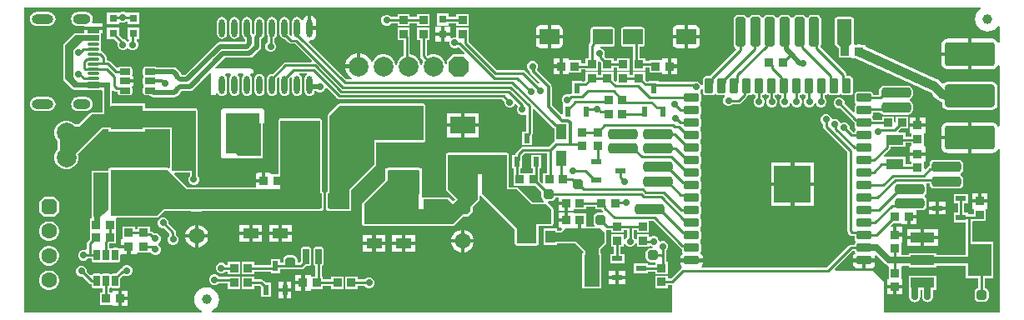
<source format=gbr>
G04*
G04 #@! TF.GenerationSoftware,Altium Limited,Altium Designer,25.8.1 (18)*
G04*
G04 Layer_Physical_Order=1*
G04 Layer_Color=255*
%FSLAX44Y44*%
%MOMM*%
G71*
G04*
G04 #@! TF.SameCoordinates,845D26C6-CDDF-46F2-9304-2575DF004011*
G04*
G04*
G04 #@! TF.FilePolarity,Positive*
G04*
G01*
G75*
%ADD12C,0.2500*%
%ADD14C,0.2540*%
G04:AMPARAMS|DCode=15|XSize=3mm|YSize=1mm|CornerRadius=0.25mm|HoleSize=0mm|Usage=FLASHONLY|Rotation=0.000|XOffset=0mm|YOffset=0mm|HoleType=Round|Shape=RoundedRectangle|*
%AMROUNDEDRECTD15*
21,1,3.0000,0.5000,0,0,0.0*
21,1,2.5000,1.0000,0,0,0.0*
1,1,0.5000,1.2500,-0.2500*
1,1,0.5000,-1.2500,-0.2500*
1,1,0.5000,-1.2500,0.2500*
1,1,0.5000,1.2500,0.2500*
%
%ADD15ROUNDEDRECTD15*%
G04:AMPARAMS|DCode=16|XSize=3mm|YSize=1mm|CornerRadius=0.25mm|HoleSize=0mm|Usage=FLASHONLY|Rotation=90.000|XOffset=0mm|YOffset=0mm|HoleType=Round|Shape=RoundedRectangle|*
%AMROUNDEDRECTD16*
21,1,3.0000,0.5000,0,0,90.0*
21,1,2.5000,1.0000,0,0,90.0*
1,1,0.5000,0.2500,1.2500*
1,1,0.5000,0.2500,-1.2500*
1,1,0.5000,-0.2500,-1.2500*
1,1,0.5000,-0.2500,1.2500*
%
%ADD16ROUNDEDRECTD16*%
%ADD17R,1.6000X3.2000*%
%ADD18R,0.8500X0.8500*%
%ADD19R,0.8500X0.8500*%
%ADD20R,1.0000X0.6000*%
%ADD21R,1.6000X1.0000*%
G04:AMPARAMS|DCode=22|XSize=2mm|YSize=1.6mm|CornerRadius=0.08mm|HoleSize=0mm|Usage=FLASHONLY|Rotation=0.000|XOffset=0mm|YOffset=0mm|HoleType=Round|Shape=RoundedRectangle|*
%AMROUNDEDRECTD22*
21,1,2.0000,1.4400,0,0,0.0*
21,1,1.8400,1.6000,0,0,0.0*
1,1,0.1600,0.9200,-0.7200*
1,1,0.1600,-0.9200,-0.7200*
1,1,0.1600,-0.9200,0.7200*
1,1,0.1600,0.9200,0.7200*
%
%ADD22ROUNDEDRECTD22*%
G04:AMPARAMS|DCode=23|XSize=1.1mm|YSize=0.6mm|CornerRadius=0.075mm|HoleSize=0mm|Usage=FLASHONLY|Rotation=0.000|XOffset=0mm|YOffset=0mm|HoleType=Round|Shape=RoundedRectangle|*
%AMROUNDEDRECTD23*
21,1,1.1000,0.4500,0,0,0.0*
21,1,0.9500,0.6000,0,0,0.0*
1,1,0.1500,0.4750,-0.2250*
1,1,0.1500,-0.4750,-0.2250*
1,1,0.1500,-0.4750,0.2250*
1,1,0.1500,0.4750,0.2250*
%
%ADD23ROUNDEDRECTD23*%
%ADD24O,0.6000X1.8500*%
G04:AMPARAMS|DCode=25|XSize=5.08mm|YSize=2.42mm|CornerRadius=0.3025mm|HoleSize=0mm|Usage=FLASHONLY|Rotation=180.000|XOffset=0mm|YOffset=0mm|HoleType=Round|Shape=RoundedRectangle|*
%AMROUNDEDRECTD25*
21,1,5.0800,1.8150,0,0,180.0*
21,1,4.4750,2.4200,0,0,180.0*
1,1,0.6050,-2.2375,0.9075*
1,1,0.6050,2.2375,0.9075*
1,1,0.6050,2.2375,-0.9075*
1,1,0.6050,-2.2375,-0.9075*
%
%ADD25ROUNDEDRECTD25*%
%ADD26R,1.1500X0.3000*%
%ADD27R,0.6000X1.0000*%
%ADD28R,2.5000X1.7000*%
%ADD29R,1.9000X3.3000*%
G04:AMPARAMS|DCode=30|XSize=1.5mm|YSize=0.9mm|CornerRadius=0.1125mm|HoleSize=0mm|Usage=FLASHONLY|Rotation=180.000|XOffset=0mm|YOffset=0mm|HoleType=Round|Shape=RoundedRectangle|*
%AMROUNDEDRECTD30*
21,1,1.5000,0.6750,0,0,180.0*
21,1,1.2750,0.9000,0,0,180.0*
1,1,0.2250,-0.6375,0.3375*
1,1,0.2250,0.6375,0.3375*
1,1,0.2250,0.6375,-0.3375*
1,1,0.2250,-0.6375,-0.3375*
%
%ADD30ROUNDEDRECTD30*%
%ADD31R,3.7000X3.7000*%
%ADD32R,0.8000X0.8000*%
G04:AMPARAMS|DCode=33|XSize=1.6mm|YSize=0.6mm|CornerRadius=0.075mm|HoleSize=0mm|Usage=FLASHONLY|Rotation=270.000|XOffset=0mm|YOffset=0mm|HoleType=Round|Shape=RoundedRectangle|*
%AMROUNDEDRECTD33*
21,1,1.6000,0.4500,0,0,270.0*
21,1,1.4500,0.6000,0,0,270.0*
1,1,0.1500,-0.2250,-0.7250*
1,1,0.1500,-0.2250,0.7250*
1,1,0.1500,0.2250,0.7250*
1,1,0.1500,0.2250,-0.7250*
%
%ADD33ROUNDEDRECTD33*%
%ADD34R,3.5100X2.6200*%
%ADD35R,2.4000X1.0000*%
%ADD36C,1.0000*%
%ADD37R,2.4000X3.3000*%
%ADD38R,1.0000X1.2500*%
G04:AMPARAMS|DCode=39|XSize=1mm|YSize=1mm|CornerRadius=0.25mm|HoleSize=0mm|Usage=FLASHONLY|Rotation=0.000|XOffset=0mm|YOffset=0mm|HoleType=Round|Shape=RoundedRectangle|*
%AMROUNDEDRECTD39*
21,1,1.0000,0.5000,0,0,0.0*
21,1,0.5000,1.0000,0,0,0.0*
1,1,0.5000,0.2500,-0.2500*
1,1,0.5000,-0.2500,-0.2500*
1,1,0.5000,-0.2500,0.2500*
1,1,0.5000,0.2500,0.2500*
%
%ADD39ROUNDEDRECTD39*%
G04:AMPARAMS|DCode=40|XSize=1.5mm|YSize=0.9mm|CornerRadius=0.1125mm|HoleSize=0mm|Usage=FLASHONLY|Rotation=270.000|XOffset=0mm|YOffset=0mm|HoleType=Round|Shape=RoundedRectangle|*
%AMROUNDEDRECTD40*
21,1,1.5000,0.6750,0,0,270.0*
21,1,1.2750,0.9000,0,0,270.0*
1,1,0.2250,-0.3375,-0.6375*
1,1,0.2250,-0.3375,0.6375*
1,1,0.2250,0.3375,0.6375*
1,1,0.2250,0.3375,-0.6375*
%
%ADD40ROUNDEDRECTD40*%
%ADD41R,1.0000X1.5000*%
%ADD42R,3.3000X2.4000*%
G04:AMPARAMS|DCode=43|XSize=0.3mm|YSize=1.15mm|CornerRadius=0.0375mm|HoleSize=0mm|Usage=FLASHONLY|Rotation=270.000|XOffset=0mm|YOffset=0mm|HoleType=Round|Shape=RoundedRectangle|*
%AMROUNDEDRECTD43*
21,1,0.3000,1.0750,0,0,270.0*
21,1,0.2250,1.1500,0,0,270.0*
1,1,0.0750,-0.5375,-0.1125*
1,1,0.0750,-0.5375,0.1125*
1,1,0.0750,0.5375,0.1125*
1,1,0.0750,0.5375,-0.1125*
%
%ADD43ROUNDEDRECTD43*%
G04:AMPARAMS|DCode=44|XSize=5.08mm|YSize=2.29mm|CornerRadius=0.2862mm|HoleSize=0mm|Usage=FLASHONLY|Rotation=180.000|XOffset=0mm|YOffset=0mm|HoleType=Round|Shape=RoundedRectangle|*
%AMROUNDEDRECTD44*
21,1,5.0800,1.7175,0,0,180.0*
21,1,4.5075,2.2900,0,0,180.0*
1,1,0.5725,-2.2538,0.8588*
1,1,0.5725,2.2538,0.8588*
1,1,0.5725,2.2538,-0.8588*
1,1,0.5725,-2.2538,-0.8588*
%
%ADD44ROUNDEDRECTD44*%
%ADD45R,1.8000X1.1000*%
G04:AMPARAMS|DCode=46|XSize=1.85mm|YSize=3.4mm|CornerRadius=0.2313mm|HoleSize=0mm|Usage=FLASHONLY|Rotation=0.000|XOffset=0mm|YOffset=0mm|HoleType=Round|Shape=RoundedRectangle|*
%AMROUNDEDRECTD46*
21,1,1.8500,2.9375,0,0,0.0*
21,1,1.3875,3.4000,0,0,0.0*
1,1,0.4625,0.6938,-1.4688*
1,1,0.4625,-0.6938,-1.4688*
1,1,0.4625,-0.6938,1.4688*
1,1,0.4625,0.6938,1.4688*
%
%ADD46ROUNDEDRECTD46*%
G04:AMPARAMS|DCode=47|XSize=1.1mm|YSize=0.6mm|CornerRadius=0.075mm|HoleSize=0mm|Usage=FLASHONLY|Rotation=90.000|XOffset=0mm|YOffset=0mm|HoleType=Round|Shape=RoundedRectangle|*
%AMROUNDEDRECTD47*
21,1,1.1000,0.4500,0,0,90.0*
21,1,0.9500,0.6000,0,0,90.0*
1,1,0.1500,0.2250,0.4750*
1,1,0.1500,0.2250,-0.4750*
1,1,0.1500,-0.2250,-0.4750*
1,1,0.1500,-0.2250,0.4750*
%
%ADD47ROUNDEDRECTD47*%
%ADD82C,0.6000*%
%ADD89C,0.9552*%
%ADD90C,0.3000*%
%ADD91C,0.5000*%
%ADD92C,0.7000*%
%ADD93C,1.6000*%
%ADD94C,5.0000*%
%ADD95C,2.0000*%
%ADD96R,2.0000X2.0000*%
%ADD97C,0.5000*%
G04:AMPARAMS|DCode=98|XSize=2mm|YSize=2mm|CornerRadius=0mm|HoleSize=0mm|Usage=FLASHONLY|Rotation=180.000|XOffset=0mm|YOffset=0mm|HoleType=Round|Shape=Octagon|*
%AMOCTAGOND98*
4,1,8,-1.0000,0.5000,-1.0000,-0.5000,-0.5000,-1.0000,0.5000,-1.0000,1.0000,-0.5000,1.0000,0.5000,0.5000,1.0000,-0.5000,1.0000,-1.0000,0.5000,0.0*
%
%ADD98OCTAGOND98*%

G04:AMPARAMS|DCode=99|XSize=1.6mm|YSize=1.6mm|CornerRadius=0mm|HoleSize=0mm|Usage=FLASHONLY|Rotation=270.000|XOffset=0mm|YOffset=0mm|HoleType=Round|Shape=Octagon|*
%AMOCTAGOND99*
4,1,8,-0.4000,-0.8000,0.4000,-0.8000,0.8000,-0.4000,0.8000,0.4000,0.4000,0.8000,-0.4000,0.8000,-0.8000,0.4000,-0.8000,-0.4000,-0.4000,-0.8000,0.0*
%
%ADD99OCTAGOND99*%

%ADD100O,2.2000X1.0000*%
%ADD101O,1.8000X1.0000*%
%ADD102C,0.7000*%
G36*
X976150Y313500D02*
X974085Y311915D01*
X972081Y309304D01*
X970822Y306263D01*
X970392Y303000D01*
X970822Y299737D01*
X972081Y296696D01*
X974085Y294085D01*
X976696Y292081D01*
X979737Y290822D01*
X983000Y290392D01*
X986263Y290822D01*
X989304Y292081D01*
X991915Y294085D01*
X993500Y296150D01*
X995000Y295641D01*
Y279137D01*
X993500Y278839D01*
X993075Y279866D01*
X992029Y281229D01*
X990666Y282275D01*
X989078Y282932D01*
X987375Y283156D01*
X966750D01*
Y267500D01*
Y251844D01*
X987375D01*
X989078Y252068D01*
X990666Y252725D01*
X992029Y253771D01*
X993075Y255134D01*
X993500Y256161D01*
X995000Y255863D01*
Y194137D01*
X993500Y193839D01*
X993075Y194866D01*
X992029Y196229D01*
X990666Y197275D01*
X989078Y197932D01*
X987375Y198156D01*
X966750D01*
Y182500D01*
Y166844D01*
X987375D01*
X989078Y167068D01*
X990666Y167725D01*
X992029Y168771D01*
X993075Y170134D01*
X993500Y171161D01*
X995000Y170863D01*
Y5000D01*
X877549D01*
Y35000D01*
X877355Y35975D01*
X876802Y36802D01*
X866802Y46802D01*
X865975Y47355D01*
X865000Y47549D01*
X828224D01*
X827650Y48935D01*
X845881Y67166D01*
X847939D01*
Y67125D01*
X848181Y65906D01*
X848706Y65121D01*
X847791Y64509D01*
X846768Y62980D01*
X846409Y61175D01*
Y59550D01*
X857500D01*
X868591D01*
Y61175D01*
X868297Y62651D01*
X869417Y63485D01*
X869534Y63535D01*
X879035Y54035D01*
X880854Y52819D01*
X882182Y52555D01*
X882750Y51250D01*
X882750Y51250D01*
X882750Y51250D01*
Y38750D01*
X881250D01*
Y32750D01*
X889000D01*
X896750D01*
Y38750D01*
X895250D01*
Y51250D01*
X896114Y52392D01*
X903000D01*
Y51000D01*
X931000D01*
Y52392D01*
X961000D01*
Y39500D01*
X973686D01*
Y29926D01*
X972744Y29739D01*
X971256Y28744D01*
X970261Y27256D01*
X969912Y25500D01*
Y20500D01*
X970261Y18744D01*
X971256Y17256D01*
X972744Y16261D01*
X974500Y15912D01*
X979500D01*
X981256Y16261D01*
X982744Y17256D01*
X983739Y18744D01*
X984088Y20500D01*
Y25500D01*
X983739Y27256D01*
X982744Y28744D01*
X981256Y29739D01*
X980314Y29926D01*
Y39500D01*
X989000D01*
Y76500D01*
X967564D01*
Y96992D01*
X968750Y97750D01*
X981250D01*
Y110250D01*
X982750D01*
Y116250D01*
X967250D01*
Y110250D01*
X968750D01*
Y104814D01*
X963000D01*
Y106500D01*
X959314D01*
Y115500D01*
X963000D01*
Y125500D01*
X949000D01*
Y115500D01*
X952686D01*
Y106500D01*
X949000D01*
Y96500D01*
X960937D01*
Y68750D01*
X961000Y68431D01*
Y63608D01*
X931000D01*
Y65000D01*
X903000D01*
Y63608D01*
X896691D01*
X895250Y63750D01*
Y76250D01*
X896750D01*
Y82250D01*
X889000D01*
Y84000D01*
X887250D01*
Y91750D01*
X885396D01*
X884821Y93135D01*
X887436Y95750D01*
X895250D01*
Y94250D01*
X901250D01*
Y102000D01*
X903000D01*
Y103750D01*
X910750D01*
Y108912D01*
X916500D01*
X918256Y109261D01*
X919744Y110256D01*
X920739Y111744D01*
X921088Y113500D01*
Y118500D01*
X920739Y120256D01*
X919744Y121744D01*
X919215Y122098D01*
Y123902D01*
X919744Y124256D01*
X920739Y125744D01*
X921088Y127500D01*
Y132500D01*
X920739Y134256D01*
X920492Y134626D01*
X921293Y136126D01*
X923912D01*
Y135500D01*
X924261Y133744D01*
X925256Y132256D01*
X926744Y131261D01*
X928500Y130912D01*
X953500D01*
X955256Y131261D01*
X956744Y132256D01*
X957739Y133744D01*
X958088Y135500D01*
Y140500D01*
X957739Y142256D01*
X956744Y143744D01*
X955264Y144733D01*
X955256Y144776D01*
Y146223D01*
X955264Y146267D01*
X956744Y147256D01*
X957739Y148744D01*
X958088Y150500D01*
Y155500D01*
X957739Y157256D01*
X956744Y158744D01*
X955256Y159739D01*
X953500Y160088D01*
X928500D01*
X926744Y159739D01*
X925256Y158744D01*
X924261Y157256D01*
X923912Y155500D01*
Y153780D01*
X923302Y153658D01*
X922221Y152936D01*
X919636Y150351D01*
X918250Y150925D01*
Y158250D01*
X919750D01*
Y164250D01*
X904250D01*
Y158250D01*
X905750D01*
Y155334D01*
X900002D01*
Y162998D01*
X878338D01*
X877515Y164297D01*
X883629Y170411D01*
X884352Y171493D01*
X884606Y172768D01*
Y172998D01*
X900002D01*
Y177164D01*
X905750D01*
Y174750D01*
X904664Y173750D01*
X904250D01*
Y167750D01*
X919750D01*
Y173750D01*
X919336D01*
X918250Y174750D01*
Y187250D01*
X919750D01*
Y193250D01*
X904250D01*
Y187250D01*
X905750D01*
Y183832D01*
X900002D01*
Y187998D01*
X892806D01*
X892185Y189498D01*
X894436Y191750D01*
X902250D01*
Y204250D01*
X889750D01*
Y197898D01*
X889573Y197780D01*
X888250Y198487D01*
Y204250D01*
X875750D01*
Y200834D01*
X867061D01*
Y200875D01*
X866819Y202094D01*
X866128Y203128D01*
Y204572D01*
X866819Y205606D01*
X867061Y206825D01*
Y208266D01*
X873581D01*
X874256Y207256D01*
X875744Y206261D01*
X877500Y205912D01*
X902500D01*
X904256Y206261D01*
X905744Y207256D01*
X906739Y208744D01*
X907088Y210500D01*
Y215500D01*
X906739Y217256D01*
X905744Y218744D01*
X904264Y219733D01*
X904256Y219776D01*
Y221224D01*
X904264Y221267D01*
X905744Y222256D01*
X906739Y223744D01*
X907088Y225500D01*
Y230500D01*
X906739Y232256D01*
X905744Y233744D01*
X904256Y234739D01*
X902500Y235088D01*
X877500D01*
X875744Y234739D01*
X874256Y233744D01*
X873261Y232256D01*
X872912Y230500D01*
Y226292D01*
X872853Y226234D01*
X867061D01*
Y226275D01*
X866819Y227494D01*
X866128Y228528D01*
X865094Y229219D01*
X863875Y229461D01*
X851125D01*
X849906Y229219D01*
X848872Y228528D01*
X848181Y227494D01*
X847939Y226275D01*
Y219525D01*
X848181Y218306D01*
X848872Y217272D01*
Y215828D01*
X848181Y214794D01*
X847939Y213575D01*
Y208898D01*
X846439Y208276D01*
X837500Y217215D01*
Y219094D01*
X836663Y221115D01*
X835116Y222663D01*
X833094Y223500D01*
X830906D01*
X828885Y222663D01*
X827337Y221115D01*
X826500Y219094D01*
Y216906D01*
X827337Y214884D01*
X828885Y213337D01*
X830906Y212500D01*
X832785D01*
X846913Y198372D01*
X847939Y197687D01*
Y194125D01*
X848181Y192906D01*
X848872Y191872D01*
Y190428D01*
X848181Y189394D01*
X847939Y188175D01*
Y188134D01*
X846405D01*
X842912Y191627D01*
Y193506D01*
X842075Y195528D01*
X840528Y197075D01*
X838506Y197912D01*
X836318D01*
X834904Y197326D01*
X834140Y197200D01*
X833118Y198017D01*
X832663Y199116D01*
X831115Y200663D01*
X829094Y201500D01*
X826906D01*
X826000Y201125D01*
X824500Y202094D01*
X823663Y204116D01*
X822115Y205663D01*
X820094Y206500D01*
X817906D01*
X815884Y205663D01*
X814337Y204116D01*
X813500Y202094D01*
Y199906D01*
X814337Y197885D01*
X815686Y196535D01*
Y194000D01*
X815939Y192732D01*
X816657Y191657D01*
X840686Y167628D01*
Y87465D01*
X840939Y86196D01*
X841657Y85121D01*
X843121Y83657D01*
X844196Y82939D01*
X845464Y82686D01*
X847939D01*
Y79825D01*
X848181Y78606D01*
X848872Y77572D01*
Y76128D01*
X848181Y75094D01*
X847939Y73875D01*
Y73834D01*
X844500D01*
X843224Y73580D01*
X842142Y72857D01*
X819619Y50334D01*
X693508D01*
X692706Y51834D01*
X693232Y52620D01*
X693591Y54425D01*
Y56050D01*
X682500D01*
X671409D01*
Y54425D01*
X671768Y52620D01*
X672477Y51561D01*
X672520Y51303D01*
X672308Y50024D01*
X672163Y49706D01*
X671643Y49358D01*
X661619Y39334D01*
X658250D01*
Y42250D01*
X645750D01*
Y29750D01*
X658250D01*
Y32666D01*
X662451D01*
Y5000D01*
X195199D01*
X194901Y6500D01*
X196304Y7081D01*
X198915Y9085D01*
X200919Y11696D01*
X202178Y14737D01*
X202608Y18000D01*
X202178Y21263D01*
X200919Y24304D01*
X198915Y26915D01*
X196304Y28919D01*
X193263Y30178D01*
X190000Y30608D01*
X186737Y30178D01*
X183696Y28919D01*
X181085Y26915D01*
X179081Y24304D01*
X177822Y21263D01*
X177392Y18000D01*
X177822Y14737D01*
X179081Y11696D01*
X181085Y9085D01*
X183696Y7081D01*
X185099Y6500D01*
X184801Y5000D01*
X5000D01*
Y315000D01*
X975641D01*
X976150Y313500D01*
D02*
G37*
%LPC*%
G36*
X396250Y308250D02*
X383750D01*
Y305314D01*
X377464D01*
X376115Y306663D01*
X374094Y307500D01*
X371906D01*
X369884Y306663D01*
X368337Y305116D01*
X367500Y303094D01*
Y300906D01*
X368337Y298885D01*
X369884Y297337D01*
X371906Y296500D01*
X374094D01*
X376115Y297337D01*
X377464Y298686D01*
X383750D01*
Y295750D01*
X396250D01*
Y298686D01*
X403750D01*
Y295750D01*
X416250D01*
Y308250D01*
X403750D01*
Y305313D01*
X396250D01*
Y308250D01*
D02*
G37*
G36*
X809500Y307088D02*
X804500D01*
X802744Y306739D01*
X801256Y305744D01*
X800267Y304264D01*
X800224Y304256D01*
X798776D01*
X798733Y304264D01*
X797744Y305744D01*
X796256Y306739D01*
X794500Y307088D01*
X789500D01*
X787744Y306739D01*
X786256Y305744D01*
X785267Y304264D01*
X785223Y304256D01*
X783777D01*
X783733Y304264D01*
X782744Y305744D01*
X781256Y306739D01*
X779500Y307088D01*
X774500D01*
X772744Y306739D01*
X771256Y305744D01*
X770267Y304264D01*
X770224Y304256D01*
X768776D01*
X768733Y304264D01*
X767744Y305744D01*
X766256Y306739D01*
X764500Y307088D01*
X759500D01*
X757744Y306739D01*
X756256Y305744D01*
X755267Y304264D01*
X755223Y304256D01*
X753776D01*
X753733Y304264D01*
X752744Y305744D01*
X751256Y306739D01*
X749500Y307088D01*
X744500D01*
X742744Y306739D01*
X741256Y305744D01*
X740267Y304264D01*
X740223Y304256D01*
X738776D01*
X738733Y304264D01*
X737744Y305744D01*
X736256Y306739D01*
X734500Y307088D01*
X729500D01*
X727744Y306739D01*
X726256Y305744D01*
X725261Y304256D01*
X724912Y302500D01*
Y277500D01*
X725261Y275744D01*
X726256Y274256D01*
X727420Y273478D01*
X727773Y272216D01*
X727787Y271723D01*
X701057Y244993D01*
X701036Y244961D01*
X696775D01*
X695556Y244719D01*
X694522Y244028D01*
X693831Y242994D01*
X693589Y241775D01*
Y236385D01*
X692089Y236087D01*
X691663Y237115D01*
X690116Y238663D01*
X688094Y239500D01*
X685906D01*
X684913Y239089D01*
X683782Y239314D01*
X649000D01*
Y240000D01*
X639000D01*
Y239778D01*
X636908D01*
X635250Y241437D01*
Y249250D01*
X622750D01*
Y246314D01*
X619250D01*
Y249250D01*
X606750D01*
Y240057D01*
X605250Y239436D01*
X603250Y241436D01*
Y249250D01*
X590750D01*
Y246314D01*
X587250D01*
Y249250D01*
X574750D01*
Y241437D01*
X573092Y239778D01*
X571000D01*
Y240000D01*
X561000D01*
Y227314D01*
X560218D01*
X558950Y227061D01*
X557875Y226343D01*
X557757Y226225D01*
X557094Y226500D01*
X554906D01*
X552884Y225663D01*
X551337Y224116D01*
X550500Y222094D01*
Y219906D01*
X551337Y217885D01*
X551722Y217500D01*
X551500Y216000D01*
X551500D01*
X551500Y216000D01*
Y206507D01*
X550114Y205933D01*
X540569Y215478D01*
Y234000D01*
X540297Y235366D01*
X539523Y236523D01*
X525334Y250713D01*
Y251556D01*
X525663Y251884D01*
X526500Y253906D01*
Y256094D01*
X525663Y258116D01*
X524115Y259663D01*
X522094Y260500D01*
X519906D01*
X517884Y259663D01*
X516337Y258116D01*
X515500Y256094D01*
Y253906D01*
X516337Y251884D01*
X517884Y250337D01*
X518197Y250208D01*
Y249235D01*
X518468Y247869D01*
X519242Y246711D01*
X527757Y238197D01*
X527263Y236569D01*
X527141Y236545D01*
X513343Y250343D01*
X512268Y251061D01*
X511000Y251314D01*
X484737D01*
X456239Y279811D01*
Y281750D01*
X456250D01*
Y294250D01*
X443750D01*
Y284938D01*
X443094Y284500D01*
X440906D01*
X439000Y283710D01*
X437500Y284238D01*
Y285750D01*
X431750D01*
Y280000D01*
X436500D01*
Y277906D01*
X437337Y275884D01*
X438885Y274337D01*
X440906Y273500D01*
X443094D01*
X445116Y274337D01*
X445546Y274768D01*
X451824Y268490D01*
X451193Y267000D01*
X439800D01*
X433800Y261000D01*
Y257150D01*
X432300Y256953D01*
X431582Y259632D01*
X430002Y262368D01*
X427768Y264602D01*
X425032Y266182D01*
X421980Y267000D01*
X418820D01*
X415768Y266182D01*
X414586Y265500D01*
X413314Y266772D01*
Y281750D01*
X416250D01*
Y294250D01*
X403750D01*
Y281750D01*
X406686D01*
Y265400D01*
X406939Y264132D01*
X407657Y263057D01*
X409900Y260814D01*
X409218Y259632D01*
X408400Y256580D01*
X407000D01*
X406182Y259632D01*
X404602Y262368D01*
X402368Y264602D01*
X399632Y266182D01*
X396580Y267000D01*
X396314D01*
Y285000D01*
X396250Y285320D01*
Y294250D01*
X383750D01*
Y281750D01*
X389686D01*
Y265789D01*
X387632Y264602D01*
X385398Y262368D01*
X383818Y259632D01*
X383000Y256580D01*
X381600D01*
X380782Y259632D01*
X379202Y262368D01*
X376968Y264602D01*
X374232Y266182D01*
X371180Y267000D01*
X368020D01*
X364968Y266182D01*
X362232Y264602D01*
X359998Y262368D01*
X358466Y259715D01*
X358051Y259632D01*
X356935Y259632D01*
X356780Y260211D01*
X355003Y263289D01*
X352489Y265803D01*
X349411Y267580D01*
X345977Y268500D01*
X345950D01*
Y255000D01*
X344200D01*
Y253250D01*
X330700D01*
Y253223D01*
X331620Y249789D01*
X333397Y246711D01*
X335911Y244197D01*
X337874Y243064D01*
X337472Y241564D01*
X331873D01*
X293650Y279786D01*
X294350Y281207D01*
X294450Y281194D01*
X296147Y281417D01*
X297728Y282072D01*
X299086Y283114D01*
X300128Y284472D01*
X300783Y286053D01*
X301006Y287750D01*
Y292250D01*
X294450D01*
Y294000D01*
X292700D01*
Y306561D01*
X291172Y305928D01*
X289814Y304886D01*
X288772Y303528D01*
X288117Y301947D01*
X288086Y301712D01*
X286567Y301663D01*
X286460Y302201D01*
X285355Y303855D01*
X283701Y304960D01*
X281750Y305348D01*
X279799Y304960D01*
X278145Y303855D01*
X277040Y302201D01*
X276652Y300250D01*
Y287750D01*
X276800Y287008D01*
X275417Y286269D01*
X274113Y287573D01*
X274148Y287750D01*
Y300250D01*
X273760Y302201D01*
X272655Y303855D01*
X271001Y304960D01*
X269050Y305348D01*
X267099Y304960D01*
X265445Y303855D01*
X264340Y302201D01*
X263952Y300250D01*
Y287750D01*
X264340Y285799D01*
X265445Y284145D01*
X267099Y283040D01*
X269050Y282652D01*
X269560Y282754D01*
X273407Y278907D01*
X274482Y278189D01*
X275750Y277936D01*
X279764D01*
X297032Y260667D01*
X296458Y259282D01*
X270068D01*
X268800Y259030D01*
X267725Y258311D01*
X256693Y247280D01*
X256350Y247348D01*
X254399Y246960D01*
X252745Y245855D01*
X251640Y244201D01*
X251252Y242250D01*
Y229750D01*
X251640Y227799D01*
X252745Y226145D01*
X254399Y225040D01*
X256350Y224652D01*
X258301Y225040D01*
X259955Y226145D01*
X261060Y227799D01*
X261448Y229750D01*
Y242250D01*
X261380Y242593D01*
X262767Y243981D01*
X264149Y243242D01*
X263952Y242250D01*
Y229750D01*
X264340Y227799D01*
X265445Y226145D01*
X267099Y225040D01*
X269050Y224652D01*
X271001Y225040D01*
X272655Y226145D01*
X273760Y227799D01*
X274148Y229750D01*
Y242250D01*
X274080Y242593D01*
X275467Y243981D01*
X276849Y243242D01*
X276652Y242250D01*
Y229750D01*
X277040Y227799D01*
X278145Y226145D01*
X279799Y225040D01*
X281750Y224652D01*
X283701Y225040D01*
X285355Y226145D01*
X286460Y227799D01*
X286848Y229750D01*
Y242250D01*
X286460Y244201D01*
X285355Y245855D01*
X284158Y246654D01*
X284613Y248154D01*
X291587D01*
X292042Y246654D01*
X290845Y245855D01*
X289740Y244201D01*
X289352Y242250D01*
Y229750D01*
X289740Y227799D01*
X290845Y226145D01*
X292499Y225040D01*
X294450Y224652D01*
X296401Y225040D01*
X298055Y226145D01*
X299160Y227799D01*
X299548Y229750D01*
Y229795D01*
X301427D01*
X301884Y229337D01*
X303906Y228500D01*
X306094D01*
X308116Y229337D01*
X309663Y230884D01*
X310337Y232513D01*
X311886Y233086D01*
X321315Y223657D01*
X321315Y223657D01*
X322565Y222407D01*
X323640Y221689D01*
X324908Y221436D01*
X490127D01*
X492250Y219314D01*
Y217406D01*
X493087Y215385D01*
X494635Y213837D01*
X496656Y213000D01*
X498844D01*
X500866Y213837D01*
X502413Y215385D01*
X502828Y216387D01*
X504597Y216739D01*
X506404Y214932D01*
X505837Y214366D01*
X505000Y212344D01*
Y210156D01*
X505837Y208134D01*
X507384Y206587D01*
X509406Y205750D01*
X511594D01*
X512936Y206306D01*
X514436Y205448D01*
Y189000D01*
X510000D01*
Y175000D01*
X520000D01*
Y184314D01*
X520093Y184407D01*
X520811Y185482D01*
X521064Y186750D01*
Y211040D01*
X522449Y211614D01*
X541407Y192657D01*
X542482Y191939D01*
X543000Y191836D01*
Y179250D01*
X542318Y178033D01*
X537619Y173334D01*
X511488D01*
X510212Y173080D01*
X509130Y172358D01*
X504872Y168100D01*
X504150Y167018D01*
X503896Y165742D01*
Y165000D01*
X500500D01*
Y151000D01*
X502166D01*
Y146250D01*
X501750D01*
Y133750D01*
X514250D01*
Y146250D01*
X508834D01*
Y151000D01*
X510500D01*
Y159408D01*
X510564Y159730D01*
Y164361D01*
X512869Y166666D01*
X535666D01*
Y146250D01*
X531750D01*
Y136896D01*
X530364Y136322D01*
X528250Y138436D01*
Y146250D01*
X527814D01*
Y151000D01*
X529500D01*
Y165000D01*
X519500D01*
Y151000D01*
X521186D01*
Y146250D01*
X515750D01*
Y133750D01*
X523564D01*
X529912Y127402D01*
Y122500D01*
X530261Y120744D01*
X531256Y119256D01*
X532328Y118539D01*
X531873Y117039D01*
X520845D01*
X506442Y131442D01*
X505780Y131884D01*
X505000Y132039D01*
X497039D01*
Y165000D01*
X496884Y165780D01*
X496442Y166442D01*
X495780Y166884D01*
X495000Y167039D01*
X435000D01*
X434220Y166884D01*
X433558Y166442D01*
X433116Y165780D01*
X432961Y165000D01*
Y130000D01*
X433116Y129220D01*
X433558Y128558D01*
X433558Y128558D01*
X442116Y120000D01*
X440000Y117884D01*
X436442Y121442D01*
X435780Y121884D01*
X435000Y122039D01*
X410000D01*
X409566Y121953D01*
X408617Y122947D01*
X408500Y123154D01*
Y151000D01*
X406737D01*
X406442Y151442D01*
X405780Y151884D01*
X405000Y152039D01*
X375000D01*
X374220Y151884D01*
X373558Y151442D01*
X373263Y151000D01*
X371500D01*
Y139384D01*
X348558Y116442D01*
X348116Y115780D01*
X347961Y115000D01*
Y95000D01*
X348116Y94220D01*
X348558Y93558D01*
X349220Y93116D01*
X350000Y92961D01*
X440000D01*
X440000Y92961D01*
X440780Y93116D01*
X441442Y93558D01*
X450384Y102500D01*
X455000D01*
X460000Y107500D01*
Y112116D01*
X466442Y118558D01*
X466884Y119220D01*
X467039Y120000D01*
Y123131D01*
X468539Y123586D01*
X468558Y123558D01*
X502961Y89155D01*
Y75000D01*
X503116Y74220D01*
X503558Y73558D01*
X504220Y73116D01*
X505000Y72961D01*
X525000D01*
X525780Y73116D01*
X526442Y73558D01*
X526884Y74220D01*
X527039Y75000D01*
Y92961D01*
X540000D01*
X540780Y93116D01*
X541442Y93558D01*
X541884Y94220D01*
X542039Y95000D01*
Y110000D01*
X542039Y110000D01*
X541884Y110780D01*
X541442Y111442D01*
X536472Y116412D01*
X536476Y116541D01*
X536942Y117912D01*
X539500D01*
X541256Y118261D01*
X542745Y119256D01*
X543739Y120744D01*
X543927Y121686D01*
X547250D01*
Y117750D01*
X555000D01*
Y116000D01*
X556750D01*
Y108250D01*
X562750D01*
Y109750D01*
X575250D01*
Y112666D01*
X584750D01*
Y109750D01*
X590899D01*
X590900Y109744D01*
X591623Y108662D01*
X592737Y107548D01*
X592673Y107158D01*
X592075Y106088D01*
X587500D01*
X585744Y105739D01*
X584256Y104744D01*
X583261Y103256D01*
X582912Y101500D01*
Y96500D01*
X583261Y94744D01*
X584066Y93539D01*
X583735Y92514D01*
X583402Y92039D01*
X576456D01*
X575250Y92750D01*
Y105250D01*
X562750D01*
Y106750D01*
X556750D01*
Y99000D01*
X555000D01*
Y97250D01*
X547250D01*
Y91250D01*
X550406D01*
X550980Y89864D01*
X549155Y88039D01*
X546000D01*
Y90250D01*
X532000D01*
Y73750D01*
X546000D01*
Y74961D01*
X564155D01*
X572616Y66500D01*
X572129Y65000D01*
X571000D01*
Y29000D01*
X591000D01*
Y65000D01*
X590039D01*
Y69155D01*
X595442Y74558D01*
X595884Y75220D01*
X596039Y76000D01*
Y86000D01*
X595884Y86780D01*
X595442Y87442D01*
X595442Y87442D01*
X595437Y87447D01*
X596175Y88830D01*
X597000Y88666D01*
X600750D01*
Y85750D01*
X613250D01*
Y88666D01*
X616666D01*
Y81444D01*
X615337Y80115D01*
X614750Y78698D01*
X613250Y78996D01*
Y84250D01*
X600750D01*
Y71750D01*
X603666D01*
Y64500D01*
X600000D01*
Y54500D01*
X614000D01*
Y64500D01*
X610334D01*
Y71750D01*
X613250D01*
Y75004D01*
X614750Y75303D01*
X615337Y73885D01*
X616884Y72337D01*
X618906Y71500D01*
X621094D01*
X623116Y72337D01*
X624663Y73885D01*
X625250Y75302D01*
X626750Y75004D01*
Y71750D01*
X639250D01*
Y71851D01*
X640750Y72472D01*
X640884Y72337D01*
X642906Y71500D01*
X642693Y70088D01*
X640500D01*
X638744Y69739D01*
X637256Y68744D01*
X636261Y67256D01*
X635912Y65500D01*
Y60500D01*
X636261Y58744D01*
X637256Y57256D01*
X638744Y56261D01*
X640500Y55912D01*
X645500D01*
X645750Y55707D01*
Y53334D01*
X638000D01*
Y55000D01*
X624000D01*
Y45000D01*
X638000D01*
Y46666D01*
X645750D01*
Y43750D01*
X658250D01*
Y56250D01*
X656334D01*
Y67556D01*
X657663Y68885D01*
X658500Y70906D01*
Y73094D01*
X657663Y75115D01*
X656115Y76663D01*
X654094Y77500D01*
X651906D01*
X651000Y77125D01*
X649500Y78094D01*
X648663Y80115D01*
X647115Y81663D01*
X645094Y82500D01*
X642906D01*
X640884Y81663D01*
X640750Y81528D01*
X639250Y82149D01*
Y84250D01*
X626750D01*
Y78996D01*
X625250Y78698D01*
X624663Y80115D01*
X623334Y81444D01*
Y88666D01*
X626750D01*
Y85750D01*
X639250D01*
Y97686D01*
X643627D01*
X670835Y70479D01*
X671910Y69761D01*
X672939Y69556D01*
Y67125D01*
X673181Y65906D01*
X673706Y65121D01*
X672791Y64509D01*
X671768Y62980D01*
X671409Y61175D01*
Y59550D01*
X682500D01*
X693591D01*
Y61175D01*
X693232Y62980D01*
X692209Y64509D01*
X691294Y65121D01*
X691819Y65906D01*
X692061Y67125D01*
Y73875D01*
X691819Y75094D01*
X691128Y76128D01*
Y77572D01*
X691819Y78606D01*
X692061Y79825D01*
Y86575D01*
X691819Y87794D01*
X691128Y88828D01*
Y90272D01*
X691819Y91306D01*
X692061Y92525D01*
Y99275D01*
X691819Y100494D01*
X691128Y101528D01*
Y102972D01*
X691819Y104006D01*
X692061Y105225D01*
Y111975D01*
X691819Y113194D01*
X691128Y114228D01*
Y115672D01*
X691819Y116706D01*
X692061Y117925D01*
Y124675D01*
X691819Y125894D01*
X691128Y126928D01*
Y128372D01*
X691819Y129406D01*
X692061Y130625D01*
Y137375D01*
X691819Y138594D01*
X691128Y139628D01*
Y141072D01*
X691819Y142106D01*
X692061Y143325D01*
Y150075D01*
X691819Y151294D01*
X691128Y152328D01*
Y153772D01*
X691819Y154806D01*
X692061Y156025D01*
Y162775D01*
X691819Y163994D01*
X691128Y165028D01*
Y166472D01*
X691819Y167506D01*
X692061Y168725D01*
Y175475D01*
X691819Y176694D01*
X691128Y177728D01*
Y179172D01*
X691819Y180206D01*
X692061Y181425D01*
Y188175D01*
X691819Y189394D01*
X691128Y190428D01*
Y191872D01*
X691819Y192906D01*
X692061Y194125D01*
Y200875D01*
X691819Y202094D01*
X691128Y203128D01*
Y204572D01*
X691819Y205606D01*
X692061Y206825D01*
Y213575D01*
X691819Y214794D01*
X691128Y215828D01*
Y217272D01*
X691819Y218306D01*
X692061Y219525D01*
Y226275D01*
X691819Y227494D01*
X691128Y228528D01*
X691117Y230339D01*
X691663Y230884D01*
X692089Y231913D01*
X693589Y231615D01*
Y229025D01*
X693831Y227806D01*
X694522Y226772D01*
X695556Y226081D01*
X696775Y225839D01*
X703525D01*
X704744Y226081D01*
X705778Y226772D01*
X707222D01*
X708256Y226081D01*
X709475Y225839D01*
X716101D01*
X716112Y225823D01*
X716337Y225414D01*
X716607Y224386D01*
X715337Y223116D01*
X714500Y221094D01*
Y218906D01*
X715337Y216884D01*
X716885Y215337D01*
X718906Y214500D01*
X721094D01*
X723115Y215337D01*
X724464Y216686D01*
X730000D01*
X731268Y216939D01*
X732343Y217657D01*
X738346Y223660D01*
X739064Y224735D01*
X739284Y225839D01*
X741625D01*
X742844Y226081D01*
X743878Y226772D01*
X745322D01*
X746356Y226081D01*
X747575Y225839D01*
X747641D01*
Y223419D01*
X746337Y222115D01*
X745500Y220094D01*
Y217906D01*
X746337Y215884D01*
X747885Y214337D01*
X749906Y213500D01*
X752094D01*
X754116Y214337D01*
X755663Y215884D01*
X756500Y217906D01*
Y220094D01*
X755663Y222115D01*
X754309Y223469D01*
Y225839D01*
X754325D01*
X755544Y226081D01*
X756578Y226772D01*
X758022D01*
X759056Y226081D01*
X760275Y225839D01*
X760491D01*
Y223269D01*
X759337Y222115D01*
X758500Y220094D01*
Y217906D01*
X759337Y215884D01*
X760884Y214337D01*
X762906Y213500D01*
X765094D01*
X767115Y214337D01*
X768663Y215884D01*
X769500Y217906D01*
Y220094D01*
X768663Y222115D01*
X767159Y223619D01*
Y225865D01*
X768244Y226081D01*
X769278Y226772D01*
X770722D01*
X771756Y226081D01*
X772975Y225839D01*
X773341D01*
Y223119D01*
X772337Y222115D01*
X771500Y220094D01*
Y217906D01*
X772337Y215884D01*
X773885Y214337D01*
X775906Y213500D01*
X778094D01*
X780116Y214337D01*
X781663Y215884D01*
X782188Y217153D01*
X783812D01*
X784337Y215884D01*
X785884Y214337D01*
X787906Y213500D01*
X790094D01*
X792115Y214337D01*
X793663Y215884D01*
X794500Y217906D01*
Y220094D01*
X793663Y222115D01*
X792359Y223419D01*
Y225839D01*
X792425D01*
X793644Y226081D01*
X794678Y226772D01*
X796122D01*
X797156Y226081D01*
X798375Y225839D01*
X798541D01*
Y223319D01*
X797337Y222115D01*
X796500Y220094D01*
Y217906D01*
X797337Y215884D01*
X798885Y214337D01*
X800906Y213500D01*
X803094D01*
X805116Y214337D01*
X806663Y215884D01*
X807188Y217153D01*
X808812D01*
X809337Y215884D01*
X810884Y214337D01*
X812906Y213500D01*
X815094D01*
X817115Y214337D01*
X818663Y215884D01*
X819500Y217906D01*
Y220094D01*
X818663Y222115D01*
X817559Y223219D01*
Y225839D01*
X817825D01*
X819044Y226081D01*
X820078Y226772D01*
X821522D01*
X822556Y226081D01*
X823775Y225839D01*
X830525D01*
X831744Y226081D01*
X832778Y226772D01*
X834222D01*
X835256Y226081D01*
X836475Y225839D01*
X843225D01*
X844444Y226081D01*
X845478Y226772D01*
X846169Y227806D01*
X846411Y229025D01*
Y241775D01*
X846169Y242994D01*
X845478Y244028D01*
X844444Y244719D01*
X843225Y244961D01*
X839954D01*
Y246380D01*
X839700Y247656D01*
X838978Y248738D01*
X813031Y274684D01*
X813739Y275744D01*
X814088Y277500D01*
Y302500D01*
X813739Y304256D01*
X812744Y305744D01*
X811256Y306739D01*
X809500Y307088D01*
D02*
G37*
G36*
X106094Y310500D02*
X103906D01*
X102432Y309889D01*
X101000Y309500D01*
X101000Y309500D01*
X101000Y309500D01*
X89000D01*
Y297500D01*
X101000D01*
Y299262D01*
X102500Y300082D01*
X103906Y299500D01*
X106094D01*
X108116Y300337D01*
X108500Y300722D01*
X110000Y300100D01*
Y297500D01*
X122000D01*
Y309500D01*
X110000D01*
Y309500D01*
X108500Y309278D01*
X108116Y309663D01*
X106094Y310500D01*
D02*
G37*
G36*
X29500Y310260D02*
X17500D01*
X15673Y310020D01*
X13970Y309314D01*
X12507Y308192D01*
X11386Y306730D01*
X10680Y305027D01*
X10440Y303200D01*
X10680Y301373D01*
X11386Y299670D01*
X12507Y298208D01*
X13970Y297085D01*
X15673Y296380D01*
X17500Y296140D01*
X29500D01*
X31327Y296380D01*
X33030Y297085D01*
X34492Y298208D01*
X35615Y299670D01*
X36320Y301373D01*
X36560Y303200D01*
X36320Y305027D01*
X35615Y306730D01*
X34492Y308192D01*
X33030Y309314D01*
X31327Y310020D01*
X29500Y310260D01*
D02*
G37*
G36*
X436000Y308500D02*
X424000D01*
Y296500D01*
X436000D01*
Y298687D01*
X443750D01*
Y295750D01*
X456250D01*
Y308250D01*
X443750D01*
Y305314D01*
X436000D01*
Y308500D01*
D02*
G37*
G36*
X296200Y306561D02*
Y295750D01*
X301006D01*
Y300250D01*
X300783Y301947D01*
X300128Y303528D01*
X299086Y304886D01*
X297728Y305928D01*
X296200Y306561D01*
D02*
G37*
G36*
X67500Y310260D02*
X59500D01*
X57673Y310020D01*
X55970Y309314D01*
X54508Y308192D01*
X53386Y306730D01*
X52680Y305027D01*
X52440Y303200D01*
X52680Y301373D01*
X53386Y299670D01*
X54508Y298208D01*
X55970Y297085D01*
X57673Y296380D01*
X59500Y296140D01*
X65750D01*
Y295250D01*
X75000D01*
X84250D01*
Y298500D01*
X74405D01*
X73751Y300000D01*
X74320Y301373D01*
X74560Y303200D01*
X74320Y305027D01*
X73615Y306730D01*
X72492Y308192D01*
X71030Y309314D01*
X69327Y310020D01*
X67500Y310260D01*
D02*
G37*
G36*
X437500Y295000D02*
X431750D01*
Y289250D01*
X437500D01*
Y295000D01*
D02*
G37*
G36*
X428250D02*
X422500D01*
Y289250D01*
X428250D01*
Y295000D01*
D02*
G37*
G36*
X84250Y291750D02*
X75000D01*
X65750D01*
Y288789D01*
X56750D01*
X56750Y288789D01*
X55970Y288634D01*
X55308Y288192D01*
X55308Y288192D01*
X45058Y277942D01*
X44616Y277280D01*
X44461Y276500D01*
Y242000D01*
X44461Y242000D01*
X44616Y241220D01*
X45058Y240558D01*
X45058Y240558D01*
X53808Y231808D01*
X54470Y231366D01*
X55250Y231211D01*
X67250D01*
Y231000D01*
X82750D01*
X83961Y230302D01*
Y208039D01*
X73000D01*
X72220Y207884D01*
X71558Y207442D01*
X60155Y196039D01*
X56331D01*
X55068Y197302D01*
X52332Y198882D01*
X49280Y199700D01*
X46120D01*
X43068Y198882D01*
X40332Y197302D01*
X38098Y195068D01*
X36518Y192332D01*
X35700Y189280D01*
Y186120D01*
X36518Y183068D01*
X38098Y180332D01*
X38961Y179469D01*
Y170531D01*
X38098Y169668D01*
X36518Y166932D01*
X35700Y163880D01*
Y160720D01*
X36518Y157668D01*
X38098Y154932D01*
X40332Y152698D01*
X43068Y151118D01*
X46120Y150300D01*
X49280D01*
X52332Y151118D01*
X55068Y152698D01*
X57302Y154932D01*
X58882Y157668D01*
X59700Y160720D01*
Y163880D01*
X59291Y165407D01*
X84845Y190961D01*
X90500D01*
Y189000D01*
X127500D01*
Y190961D01*
X152961D01*
Y151883D01*
X151575Y151309D01*
X151442Y151442D01*
X150780Y151884D01*
X150000Y152039D01*
X93000D01*
X92220Y151884D01*
X91558Y151442D01*
X91263Y151000D01*
X90500D01*
Y149450D01*
X90000Y149039D01*
X75000D01*
X74220Y148884D01*
X73558Y148442D01*
X73116Y147780D01*
X72961Y147000D01*
Y103000D01*
X72961Y103000D01*
X73116Y102220D01*
X73430Y101750D01*
X73237Y101041D01*
X72745Y100250D01*
X71750D01*
Y88750D01*
X71750Y87750D01*
X71750Y86250D01*
Y79436D01*
X69407Y77093D01*
X68689Y76018D01*
X68436Y74750D01*
Y69153D01*
X66936Y68151D01*
X66094Y68500D01*
X63906D01*
X61884Y67663D01*
X60337Y66115D01*
X59500Y64094D01*
Y61906D01*
X60337Y59885D01*
X61884Y58337D01*
X63906Y57500D01*
X66094D01*
X68116Y58337D01*
X69465Y59686D01*
X73446D01*
Y58250D01*
X73660Y57177D01*
X74267Y56267D01*
X75177Y55660D01*
X76250Y55446D01*
X80750D01*
X81823Y55660D01*
X82733Y56267D01*
X83767D01*
X84677Y55660D01*
X85750Y55446D01*
X90250D01*
X91323Y55660D01*
X91701Y55912D01*
X92750Y56150D01*
X93799Y55912D01*
X94177Y55660D01*
X95250Y55446D01*
X99750D01*
X100823Y55660D01*
X101733Y56267D01*
X102340Y57177D01*
X102554Y58250D01*
Y63039D01*
X103250Y64250D01*
X104054Y64250D01*
X109250D01*
Y70250D01*
X103250D01*
Y70162D01*
X101750Y69707D01*
X101733Y69733D01*
X100823Y70340D01*
X99750Y70554D01*
X95250D01*
X94177Y70340D01*
X93799Y70088D01*
X92750Y69850D01*
X91701Y70088D01*
X91323Y70340D01*
X91314Y70342D01*
Y74750D01*
X98250D01*
Y87250D01*
X98250D01*
Y87750D01*
X98250D01*
Y99461D01*
X98250Y100250D01*
X99455Y100961D01*
X139000D01*
X139780Y101116D01*
X140442Y101558D01*
X146845Y107961D01*
X174539D01*
X175000Y107500D01*
X185000D01*
X185461Y107961D01*
X288626Y107961D01*
X288700Y107946D01*
X293200D01*
X293274Y107961D01*
X301326D01*
X301400Y107946D01*
X305900D01*
X306973Y108160D01*
X307883Y108767D01*
X308490Y109677D01*
X308704Y110750D01*
Y125250D01*
X308490Y126323D01*
X307883Y127233D01*
X307039Y127796D01*
Y200000D01*
X306884Y200780D01*
X306442Y201442D01*
X305780Y201884D01*
X305000Y202039D01*
X265000D01*
X264220Y201884D01*
X263558Y201442D01*
X263116Y200780D01*
X262961Y200000D01*
Y145250D01*
X255750D01*
Y146750D01*
X249750D01*
Y139000D01*
X248000D01*
Y137250D01*
X240250D01*
Y132039D01*
X170845D01*
X157309Y145575D01*
X157883Y146961D01*
X172961D01*
Y143739D01*
X172337Y143116D01*
X171500Y141094D01*
Y138906D01*
X172337Y136884D01*
X173885Y135337D01*
X175906Y134500D01*
X178094D01*
X180116Y135337D01*
X181663Y136884D01*
X182500Y138906D01*
Y141094D01*
X181663Y143116D01*
X181039Y143739D01*
Y210000D01*
X180884Y210780D01*
X180442Y211442D01*
X179780Y211884D01*
X179000Y212039D01*
X127500D01*
Y217000D01*
X94039D01*
Y230065D01*
X95425Y230639D01*
X96157Y229907D01*
X97232Y229189D01*
X98500Y228936D01*
X99446D01*
Y228250D01*
X99660Y227177D01*
X100267Y226267D01*
X101177Y225660D01*
X102250Y225446D01*
X111750D01*
X112823Y225660D01*
X113733Y226267D01*
X114340Y227177D01*
X114554Y228250D01*
Y232750D01*
X114340Y233823D01*
X114088Y234201D01*
X114814Y234686D01*
X115753Y236092D01*
X116083Y237750D01*
Y238250D01*
X107000D01*
Y241750D01*
X116083D01*
Y242250D01*
X115753Y243908D01*
X114814Y245314D01*
X114088Y245799D01*
X114340Y246177D01*
X114554Y247250D01*
Y251750D01*
X114340Y252823D01*
X113733Y253733D01*
X112823Y254340D01*
X111750Y254554D01*
X102250D01*
X101177Y254340D01*
X100267Y253733D01*
X100132Y253529D01*
X98358Y253384D01*
X91649Y260093D01*
X90574Y260811D01*
X89305Y261064D01*
X88814D01*
Y263626D01*
X88561Y264895D01*
X87843Y265970D01*
X84220Y269593D01*
X83145Y270311D01*
X82796Y271375D01*
Y273625D01*
X82612Y274552D01*
X82313Y275000D01*
X82612Y275448D01*
X82796Y276375D01*
Y278625D01*
X82727Y278972D01*
X82750Y279000D01*
X82750D01*
Y288500D01*
X84250D01*
Y291750D01*
D02*
G37*
G36*
X243650Y305348D02*
X241699Y304960D01*
X240045Y303855D01*
X238940Y302201D01*
X238552Y300250D01*
Y288870D01*
X238331Y288649D01*
X237300Y288028D01*
X236269Y288649D01*
X236048Y288870D01*
Y300250D01*
X235660Y302201D01*
X234555Y303855D01*
X232901Y304960D01*
X230950Y305348D01*
X228999Y304960D01*
X227345Y303855D01*
X226240Y302201D01*
X225852Y300250D01*
Y287750D01*
X226240Y285799D01*
X227345Y284145D01*
X228702Y283238D01*
X229212Y282729D01*
Y280151D01*
X228971Y279909D01*
X203735D01*
X201980Y279560D01*
X200491Y278565D01*
X168099Y246174D01*
X164829D01*
X164503Y246501D01*
X164239Y247827D01*
X163244Y249315D01*
X159815Y252744D01*
X158327Y253739D01*
X156571Y254088D01*
X139200D01*
X138823Y254340D01*
X137750Y254554D01*
X128250D01*
X127177Y254340D01*
X126267Y253733D01*
X125660Y252823D01*
X125446Y251750D01*
Y247250D01*
X125660Y246177D01*
X125912Y245799D01*
X126150Y244750D01*
X125912Y243701D01*
X125660Y243323D01*
X125446Y242250D01*
Y237750D01*
X125660Y236677D01*
X125912Y236299D01*
X126150Y235250D01*
X125912Y234201D01*
X125660Y233823D01*
X125446Y232750D01*
Y228250D01*
X125660Y227177D01*
X126267Y226267D01*
X127177Y225660D01*
X128250Y225446D01*
X131994D01*
X132685Y224756D01*
X134173Y223761D01*
X135929Y223412D01*
X157071D01*
X158827Y223761D01*
X160315Y224756D01*
X163244Y227685D01*
X164239Y229173D01*
X164297Y229465D01*
X164829Y229998D01*
X172899D01*
X174655Y230347D01*
X176144Y231341D01*
X192999Y248197D01*
X193225Y248166D01*
X194451Y247527D01*
Y228000D01*
X194645Y227025D01*
X195198Y226198D01*
X196025Y225645D01*
X197000Y225451D01*
X197975Y225645D01*
X198802Y226198D01*
X199355Y227025D01*
X199432Y227412D01*
X200059Y227584D01*
X200993Y227570D01*
X201945Y226145D01*
X203599Y225040D01*
X205550Y224652D01*
X207501Y225040D01*
X209155Y226145D01*
X210260Y227799D01*
X210648Y229750D01*
Y242250D01*
X210260Y244201D01*
X209155Y245855D01*
X209011Y245951D01*
X209466Y247451D01*
X214334D01*
X214789Y245951D01*
X214645Y245855D01*
X213540Y244201D01*
X213152Y242250D01*
Y229750D01*
X213540Y227799D01*
X214645Y226145D01*
X216299Y225040D01*
X218250Y224652D01*
X220201Y225040D01*
X221855Y226145D01*
X222960Y227799D01*
X223348Y229750D01*
Y242250D01*
X222960Y244201D01*
X221855Y245855D01*
X221711Y245951D01*
X222166Y247451D01*
X227034D01*
X227489Y245951D01*
X227345Y245855D01*
X226240Y244201D01*
X225852Y242250D01*
Y229750D01*
X226240Y227799D01*
X227345Y226145D01*
X228999Y225040D01*
X230950Y224652D01*
X232901Y225040D01*
X234555Y226145D01*
X235660Y227799D01*
X236048Y229750D01*
Y242250D01*
X235660Y244201D01*
X234555Y245855D01*
X234411Y245951D01*
X234866Y247451D01*
X235000D01*
X235975Y247645D01*
X236802Y248198D01*
X237355Y249025D01*
X237549Y250000D01*
X237355Y250975D01*
X236802Y251802D01*
X235975Y252355D01*
X235000Y252549D01*
X200000D01*
X199342Y252418D01*
X198544Y253456D01*
X198457Y253655D01*
X208535Y263733D01*
X233771D01*
X235526Y264082D01*
X237015Y265077D01*
X244044Y272106D01*
X245039Y273595D01*
X245388Y275351D01*
Y282729D01*
X245898Y283238D01*
X247255Y284145D01*
X248360Y285799D01*
X248748Y287750D01*
Y300250D01*
X248360Y302201D01*
X247255Y303855D01*
X245601Y304960D01*
X243650Y305348D01*
D02*
G37*
G36*
X686200Y296584D02*
X678750D01*
Y286750D01*
X690584D01*
Y292200D01*
X690250Y293878D01*
X689300Y295300D01*
X687878Y296250D01*
X686200Y296584D01*
D02*
G37*
G36*
X547200D02*
X539750D01*
Y286750D01*
X551584D01*
Y292200D01*
X551250Y293878D01*
X550300Y295300D01*
X548878Y296250D01*
X547200Y296584D01*
D02*
G37*
G36*
X536250D02*
X528800D01*
X527122Y296250D01*
X525700Y295300D01*
X524749Y293878D01*
X524416Y292200D01*
Y286750D01*
X536250D01*
Y296584D01*
D02*
G37*
G36*
X675250D02*
X667800D01*
X666122Y296250D01*
X664700Y295300D01*
X663749Y293878D01*
X663416Y292200D01*
Y286750D01*
X675250D01*
Y296584D01*
D02*
G37*
G36*
X218250Y305348D02*
X216299Y304960D01*
X214645Y303855D01*
X213540Y302201D01*
X213152Y300250D01*
Y287750D01*
X213540Y285799D01*
X214645Y284145D01*
X216299Y283040D01*
X218250Y282652D01*
X220201Y283040D01*
X221855Y284145D01*
X222960Y285799D01*
X223348Y287750D01*
Y300250D01*
X222960Y302201D01*
X221855Y303855D01*
X220201Y304960D01*
X218250Y305348D01*
D02*
G37*
G36*
X205550D02*
X203599Y304960D01*
X201945Y303855D01*
X200840Y302201D01*
X200452Y300250D01*
Y287750D01*
X200840Y285799D01*
X201945Y284145D01*
X203599Y283040D01*
X205550Y282652D01*
X207501Y283040D01*
X209155Y284145D01*
X210260Y285799D01*
X210648Y287750D01*
Y300250D01*
X210260Y302201D01*
X209155Y303855D01*
X207501Y304960D01*
X205550Y305348D01*
D02*
G37*
G36*
X122000Y294500D02*
X110000D01*
Y282500D01*
X110601D01*
X111222Y281000D01*
X110980Y280758D01*
X110000Y280280D01*
X109020Y280758D01*
X108116Y281663D01*
X106094Y282500D01*
X105686D01*
X101000Y287186D01*
Y294500D01*
X89000D01*
Y282500D01*
X96314D01*
X99857Y278957D01*
X99500Y278094D01*
Y275906D01*
X100337Y273885D01*
X101884Y272337D01*
X103906Y271500D01*
X106094D01*
X108116Y272337D01*
X109020Y273242D01*
X110000Y273720D01*
X110980Y273242D01*
X111884Y272337D01*
X113906Y271500D01*
X116094D01*
X118116Y272337D01*
X119663Y273885D01*
X120500Y275906D01*
Y278094D01*
X119663Y280116D01*
X118778Y281000D01*
X119399Y282500D01*
X122000D01*
Y294500D01*
D02*
G37*
G36*
X428250Y285750D02*
X422500D01*
Y280000D01*
X428250D01*
Y285750D01*
D02*
G37*
G36*
X690584Y283250D02*
X678750D01*
Y273416D01*
X686200D01*
X687878Y273750D01*
X689300Y274700D01*
X690250Y276122D01*
X690584Y277800D01*
Y283250D01*
D02*
G37*
G36*
X675250D02*
X663416D01*
Y277800D01*
X663749Y276122D01*
X664700Y274700D01*
X666122Y273750D01*
X667800Y273416D01*
X675250D01*
Y283250D01*
D02*
G37*
G36*
X551584D02*
X539750D01*
Y273416D01*
X547200D01*
X548878Y273750D01*
X550300Y274700D01*
X551250Y276122D01*
X551584Y277800D01*
Y283250D01*
D02*
G37*
G36*
X536250D02*
X524416D01*
Y277800D01*
X524749Y276122D01*
X525700Y274700D01*
X527122Y273750D01*
X528800Y273416D01*
X536250D01*
Y283250D01*
D02*
G37*
G36*
X256350Y305348D02*
X254399Y304960D01*
X252745Y303855D01*
X251640Y302201D01*
X251252Y300250D01*
Y287750D01*
X251640Y285799D01*
X252367Y284712D01*
Y279862D01*
X251884Y279663D01*
X250337Y278116D01*
X249500Y276094D01*
Y273906D01*
X250337Y271884D01*
X251884Y270337D01*
X253906Y269500D01*
X256094D01*
X258116Y270337D01*
X259663Y271884D01*
X260500Y273906D01*
Y276094D01*
X259663Y278116D01*
X258994Y278784D01*
Y283503D01*
X259955Y284145D01*
X261060Y285799D01*
X261448Y287750D01*
Y300250D01*
X261060Y302201D01*
X259955Y303855D01*
X258301Y304960D01*
X256350Y305348D01*
D02*
G37*
G36*
X963250Y283156D02*
X942625D01*
X940922Y282932D01*
X939334Y282275D01*
X937971Y281229D01*
X936925Y279866D01*
X936268Y278278D01*
X936044Y276575D01*
Y269250D01*
X963250D01*
Y283156D01*
D02*
G37*
G36*
X601200Y295055D02*
X582800D01*
X581707Y294837D01*
X580781Y294219D01*
X580162Y293293D01*
X579945Y292200D01*
Y279631D01*
X578657Y278343D01*
X577939Y277268D01*
X577686Y276000D01*
Y263250D01*
X574750D01*
Y258314D01*
X570250D01*
Y261250D01*
X557750D01*
Y262750D01*
X551750D01*
Y255000D01*
Y247250D01*
X557750D01*
Y248750D01*
X570250D01*
Y251686D01*
X574750D01*
Y250750D01*
X587250D01*
Y259942D01*
X588750Y260564D01*
X590750Y258563D01*
Y250750D01*
X603250D01*
Y253686D01*
X606750D01*
Y250750D01*
X619250D01*
Y263250D01*
X606750D01*
Y260313D01*
X603250D01*
Y263250D01*
X595436D01*
X593703Y264983D01*
X594500Y266906D01*
Y269094D01*
X593663Y271115D01*
X592116Y272663D01*
X590094Y273500D01*
X590226Y274945D01*
X601200D01*
X602293Y275163D01*
X603219Y275781D01*
X603838Y276707D01*
X604055Y277800D01*
Y292200D01*
X603838Y293293D01*
X603219Y294219D01*
X602293Y294837D01*
X601200Y295055D01*
D02*
G37*
G36*
X548250Y262750D02*
X542250D01*
Y256750D01*
X548250D01*
Y262750D01*
D02*
G37*
G36*
X667750D02*
X661750D01*
Y256750D01*
X667750D01*
Y262750D01*
D02*
G37*
G36*
X342450Y268500D02*
X342423D01*
X338989Y267580D01*
X335911Y265803D01*
X333397Y263289D01*
X331620Y260211D01*
X330700Y256777D01*
Y256750D01*
X342450D01*
Y268500D01*
D02*
G37*
G36*
X963250Y265750D02*
X936044D01*
Y258425D01*
X936268Y256722D01*
X936925Y255134D01*
X937971Y253771D01*
X939334Y252725D01*
X940922Y252068D01*
X942625Y251844D01*
X963250D01*
Y265750D01*
D02*
G37*
G36*
X667750Y253250D02*
X661750D01*
Y247250D01*
X667750D01*
Y253250D01*
D02*
G37*
G36*
X632200Y295055D02*
X613800D01*
X612707Y294837D01*
X611781Y294219D01*
X611162Y293293D01*
X610945Y292200D01*
Y277800D01*
X611162Y276707D01*
X611781Y275781D01*
X612707Y275163D01*
X613800Y274945D01*
X622686D01*
Y260000D01*
X622750Y259680D01*
Y250750D01*
X635250D01*
Y253687D01*
X639750D01*
Y248750D01*
X652250D01*
Y247250D01*
X658250D01*
Y255000D01*
Y262750D01*
X652250D01*
Y261250D01*
X639750D01*
Y260314D01*
X635250D01*
Y263250D01*
X629314D01*
Y274945D01*
X632200D01*
X633293Y275163D01*
X634219Y275781D01*
X634837Y276707D01*
X635055Y277800D01*
Y292200D01*
X634837Y293293D01*
X634219Y294219D01*
X633293Y294837D01*
X632200Y295055D01*
D02*
G37*
G36*
X548250Y253250D02*
X542250D01*
Y247250D01*
X548250D01*
Y253250D01*
D02*
G37*
G36*
X243650Y247348D02*
X241699Y246960D01*
X240045Y245855D01*
X238940Y244201D01*
X238552Y242250D01*
Y229750D01*
X238940Y227799D01*
X240045Y226145D01*
X241699Y225040D01*
X243650Y224652D01*
X245601Y225040D01*
X247255Y226145D01*
X248360Y227799D01*
X248748Y229750D01*
Y242250D01*
X248360Y244201D01*
X247255Y245855D01*
X245601Y246960D01*
X243650Y247348D01*
D02*
G37*
G36*
X845000Y305039D02*
X830000D01*
X829220Y304884D01*
X828558Y304442D01*
X828116Y303780D01*
X827961Y303000D01*
Y278000D01*
X828116Y277220D01*
X828558Y276558D01*
X828558Y276558D01*
X831750Y273366D01*
Y263750D01*
X844250D01*
X845210Y263210D01*
Y263210D01*
X849203D01*
X925215Y228674D01*
X925204Y228651D01*
X925756Y228282D01*
X926375Y227616D01*
X926621Y227248D01*
X926922Y226750D01*
X926922Y226749D01*
X927108Y226507D01*
X927399Y225962D01*
X927829Y225158D01*
X929932Y222595D01*
X932495Y220492D01*
X935418Y218930D01*
X936954Y218464D01*
Y216413D01*
X937374Y214305D01*
X938568Y212518D01*
X940355Y211324D01*
X942462Y210904D01*
X987538D01*
X989645Y211324D01*
X991432Y212518D01*
X992626Y214305D01*
X993046Y216413D01*
Y233587D01*
X992626Y235695D01*
X991432Y237482D01*
X989645Y238676D01*
X987538Y239096D01*
X942462D01*
X940355Y238676D01*
X938568Y237482D01*
X937333Y237422D01*
X936471Y238471D01*
X933799Y240665D01*
X931622Y241828D01*
X931286Y242037D01*
X858790Y274976D01*
Y276790D01*
X854680D01*
X853203Y277239D01*
X851289Y277304D01*
X849422Y276871D01*
X849270Y276790D01*
X848264D01*
X847039Y278000D01*
Y303000D01*
X846884Y303780D01*
X846442Y304442D01*
X845780Y304884D01*
X845000Y305039D01*
D02*
G37*
G36*
X67500Y223860D02*
X59500D01*
X57673Y223620D01*
X55970Y222915D01*
X54508Y221792D01*
X53386Y220330D01*
X52680Y218627D01*
X52440Y216800D01*
X52680Y214973D01*
X53386Y213270D01*
X54508Y211808D01*
X55970Y210686D01*
X57673Y209980D01*
X59500Y209740D01*
X67500D01*
X69327Y209980D01*
X71030Y210686D01*
X72492Y211808D01*
X73615Y213270D01*
X74320Y214973D01*
X74560Y216800D01*
X74320Y218627D01*
X73615Y220330D01*
X72492Y221792D01*
X71030Y222915D01*
X69327Y223620D01*
X67500Y223860D01*
D02*
G37*
G36*
X29500D02*
X17500D01*
X15673Y223620D01*
X13970Y222915D01*
X12507Y221792D01*
X11386Y220330D01*
X10680Y218627D01*
X10440Y216800D01*
X10680Y214973D01*
X11386Y213270D01*
X12507Y211808D01*
X13970Y210686D01*
X15673Y209980D01*
X17500Y209740D01*
X29500D01*
X31327Y209980D01*
X33030Y210686D01*
X34492Y211808D01*
X35615Y213270D01*
X36320Y214973D01*
X36560Y216800D01*
X36320Y218627D01*
X35615Y220330D01*
X34492Y221792D01*
X33030Y222915D01*
X31327Y223620D01*
X29500Y223860D01*
D02*
G37*
G36*
X466000Y207000D02*
X451750D01*
Y196750D01*
X466000D01*
Y207000D01*
D02*
G37*
G36*
X448250D02*
X434000D01*
Y196750D01*
X448250D01*
Y207000D01*
D02*
G37*
G36*
X919750Y202750D02*
X913750D01*
Y196750D01*
X919750D01*
Y202750D01*
D02*
G37*
G36*
X910250D02*
X904250D01*
Y196750D01*
X910250D01*
Y202750D01*
D02*
G37*
G36*
X963250Y198156D02*
X942625D01*
X940922Y197932D01*
X939334Y197275D01*
X937971Y196229D01*
X936925Y194866D01*
X936268Y193278D01*
X936044Y191575D01*
Y184250D01*
X963250D01*
Y198156D01*
D02*
G37*
G36*
X466000Y193250D02*
X451750D01*
Y183000D01*
X466000D01*
Y193250D01*
D02*
G37*
G36*
X448250D02*
X434000D01*
Y183000D01*
X448250D01*
Y193250D01*
D02*
G37*
G36*
X963250Y180750D02*
X936044D01*
Y173425D01*
X936268Y171722D01*
X936925Y170134D01*
X937971Y168771D01*
X939334Y167725D01*
X940922Y167068D01*
X942625Y166844D01*
X963250D01*
Y180750D01*
D02*
G37*
G36*
X246000Y212549D02*
X207000D01*
X206025Y212355D01*
X205198Y211802D01*
X204645Y210975D01*
X204451Y210000D01*
Y164000D01*
X204645Y163025D01*
X205198Y162198D01*
X206025Y161645D01*
X207000Y161451D01*
X219000D01*
X219246Y161500D01*
X247000D01*
Y196661D01*
X247802Y197198D01*
X248355Y198025D01*
X248549Y199000D01*
Y210000D01*
X248355Y210975D01*
X247802Y211802D01*
X246975Y212355D01*
X246000Y212549D01*
D02*
G37*
G36*
X246250Y146750D02*
X240250D01*
Y140750D01*
X246250D01*
Y146750D01*
D02*
G37*
G36*
X807000Y157000D02*
X786750D01*
Y136750D01*
X807000D01*
Y157000D01*
D02*
G37*
G36*
X783250D02*
X763000D01*
Y136750D01*
X783250D01*
Y157000D01*
D02*
G37*
G36*
X982750Y125750D02*
X976750D01*
Y119750D01*
X982750D01*
Y125750D01*
D02*
G37*
G36*
X973250D02*
X967250D01*
Y119750D01*
X973250D01*
Y125750D01*
D02*
G37*
G36*
X807000Y133250D02*
X786750D01*
Y113000D01*
X807000D01*
Y133250D01*
D02*
G37*
G36*
X783250D02*
X763000D01*
Y113000D01*
X783250D01*
Y133250D01*
D02*
G37*
G36*
X940500Y117500D02*
X933750D01*
Y112750D01*
X940500D01*
Y117500D01*
D02*
G37*
G36*
X930250D02*
X923500D01*
Y112750D01*
X930250D01*
Y117500D01*
D02*
G37*
G36*
X553250Y114250D02*
X547250D01*
Y108250D01*
X553250D01*
Y114250D01*
D02*
G37*
G36*
X410000Y217039D02*
X325000D01*
X324220Y216884D01*
X323558Y216442D01*
X313558Y206442D01*
X313116Y205780D01*
X312961Y205000D01*
Y127796D01*
X312117Y127233D01*
X311510Y126323D01*
X311296Y125250D01*
Y110750D01*
X311510Y109677D01*
X312117Y108767D01*
X313027Y108160D01*
X314100Y107946D01*
X318600D01*
X318674Y107961D01*
X326726Y107961D01*
X326800Y107946D01*
X331300D01*
X331374Y107961D01*
X333500D01*
X335000Y107961D01*
X335780Y108116D01*
X335780Y108116D01*
X336442Y108558D01*
X336442Y108558D01*
X336884Y109220D01*
X336884Y109220D01*
X337039Y110000D01*
Y129155D01*
X361442Y153558D01*
X361884Y154220D01*
X362039Y155000D01*
X362039Y177961D01*
X410000D01*
X410780Y178116D01*
X411442Y178558D01*
X411884Y179220D01*
X412039Y180000D01*
Y215000D01*
X411884Y215780D01*
X411442Y216442D01*
X410780Y216884D01*
X410000Y217039D01*
D02*
G37*
G36*
X940500Y109250D02*
X933750D01*
Y104500D01*
X940500D01*
Y109250D01*
D02*
G37*
G36*
X930250D02*
X923500D01*
Y104500D01*
X930250D01*
Y109250D01*
D02*
G37*
G36*
X35000Y122500D02*
X25000D01*
X20000Y117500D01*
Y107500D01*
X25000Y102500D01*
X35000D01*
X40000Y107500D01*
Y117500D01*
X35000Y122500D01*
D02*
G37*
G36*
X553250Y106750D02*
X547250D01*
Y100750D01*
X553250D01*
Y106750D01*
D02*
G37*
G36*
X910750Y100250D02*
X904750D01*
Y94250D01*
X910750D01*
Y100250D01*
D02*
G37*
G36*
X132250Y92250D02*
X119750D01*
Y89314D01*
X117250D01*
Y92250D01*
X104750D01*
Y79750D01*
X103250D01*
Y73750D01*
X111000D01*
Y72000D01*
X112750D01*
Y64250D01*
X118750D01*
Y64665D01*
X119750Y65750D01*
X120250Y65750D01*
X132250D01*
X132250Y65750D01*
X133668Y65553D01*
X134885Y64337D01*
X136906Y63500D01*
X139094D01*
X141116Y64337D01*
X142663Y65884D01*
X143500Y67906D01*
Y70094D01*
X142663Y72116D01*
X141116Y73663D01*
X141054Y73688D01*
Y75312D01*
X141116Y75337D01*
X142663Y76884D01*
X143500Y78906D01*
Y81094D01*
X142663Y83116D01*
X141116Y84663D01*
X139094Y85500D01*
X136906D01*
X136243Y85225D01*
X134879Y86590D01*
X133804Y87308D01*
X132535Y87561D01*
X132250D01*
Y92250D01*
D02*
G37*
G36*
X276500Y93500D02*
X266750D01*
Y86750D01*
X276500D01*
Y93500D01*
D02*
G37*
G36*
X246500D02*
X236750D01*
Y86750D01*
X246500D01*
Y93500D01*
D02*
G37*
G36*
X233250D02*
X223500D01*
Y86750D01*
X233250D01*
Y93500D01*
D02*
G37*
G36*
X263250D02*
X253500D01*
Y86750D01*
X263250D01*
Y93500D01*
D02*
G37*
G36*
X896750Y91750D02*
X890750D01*
Y85750D01*
X896750D01*
Y91750D01*
D02*
G37*
G36*
X181750Y93937D02*
Y84250D01*
X191437D01*
X190716Y86939D01*
X189202Y89561D01*
X187061Y91702D01*
X184439Y93216D01*
X181750Y93937D01*
D02*
G37*
G36*
X178250D02*
X175561Y93216D01*
X172939Y91702D01*
X170798Y89561D01*
X169284Y86939D01*
X168563Y84250D01*
X178250D01*
Y93937D01*
D02*
G37*
G36*
X932500Y89500D02*
X918750D01*
Y82750D01*
X932500D01*
Y89500D01*
D02*
G37*
G36*
X915250D02*
X901500D01*
Y82750D01*
X915250D01*
Y89500D01*
D02*
G37*
G36*
X451750Y88937D02*
Y79250D01*
X461437D01*
X460716Y81939D01*
X459202Y84561D01*
X457061Y86702D01*
X454439Y88216D01*
X451750Y88937D01*
D02*
G37*
G36*
X448250Y88937D02*
X445561Y88216D01*
X442939Y86702D01*
X440798Y84561D01*
X439284Y81939D01*
X438563Y79250D01*
X448250D01*
Y88937D01*
D02*
G37*
G36*
X31316Y97500D02*
X28683D01*
X26140Y96818D01*
X23860Y95502D01*
X21998Y93640D01*
X20681Y91360D01*
X20000Y88816D01*
Y86183D01*
X20681Y83640D01*
X21998Y81360D01*
X23860Y79498D01*
X26140Y78181D01*
X28683Y77500D01*
X31316D01*
X33860Y78181D01*
X36140Y79498D01*
X38002Y81360D01*
X39318Y83640D01*
X40000Y86183D01*
Y88816D01*
X39318Y91360D01*
X38002Y93640D01*
X36140Y95502D01*
X33860Y96818D01*
X31316Y97500D01*
D02*
G37*
G36*
X371500Y83500D02*
X361750D01*
Y76750D01*
X371500D01*
Y83500D01*
D02*
G37*
G36*
X401500D02*
X391750D01*
Y76750D01*
X401500D01*
Y83500D01*
D02*
G37*
G36*
X388250D02*
X378500D01*
Y76750D01*
X388250D01*
Y83500D01*
D02*
G37*
G36*
X358250D02*
X348500D01*
Y76750D01*
X358250D01*
Y83500D01*
D02*
G37*
G36*
X276500Y83250D02*
X266750D01*
Y76500D01*
X276500D01*
Y83250D01*
D02*
G37*
G36*
X263250D02*
X253500D01*
Y76500D01*
X263250D01*
Y83250D01*
D02*
G37*
G36*
X246500D02*
X236750D01*
Y76500D01*
X246500D01*
Y83250D01*
D02*
G37*
G36*
X233250D02*
X223500D01*
Y76500D01*
X233250D01*
Y83250D01*
D02*
G37*
G36*
X147094Y101500D02*
X144906D01*
X142885Y100663D01*
X141337Y99115D01*
X140500Y97094D01*
Y94906D01*
X141337Y92885D01*
X142885Y91337D01*
X144906Y90500D01*
X146785D01*
X152356Y84929D01*
Y83134D01*
X151337Y82115D01*
X150500Y80094D01*
Y77906D01*
X151337Y75884D01*
X152885Y74337D01*
X154906Y73500D01*
X157094D01*
X159115Y74337D01*
X160663Y75884D01*
X161500Y77906D01*
Y80094D01*
X160663Y82115D01*
X159115Y83663D01*
X159024Y83701D01*
Y86310D01*
X158770Y87586D01*
X158048Y88667D01*
X151500Y95215D01*
Y97094D01*
X150663Y99115D01*
X149115Y100663D01*
X147094Y101500D01*
D02*
G37*
G36*
X932500Y79250D02*
X918750D01*
Y72500D01*
X932500D01*
Y79250D01*
D02*
G37*
G36*
X915250D02*
X901500D01*
Y72500D01*
X915250D01*
Y79250D01*
D02*
G37*
G36*
X191437Y80750D02*
X181750D01*
Y71063D01*
X184439Y71784D01*
X187061Y73298D01*
X189202Y75439D01*
X190716Y78061D01*
X191437Y80750D01*
D02*
G37*
G36*
X178250D02*
X168563D01*
X169284Y78061D01*
X170798Y75439D01*
X172939Y73298D01*
X175561Y71784D01*
X178250Y71063D01*
Y80750D01*
D02*
G37*
G36*
X401500Y73250D02*
X391750D01*
Y66500D01*
X401500D01*
Y73250D01*
D02*
G37*
G36*
X388250D02*
X378500D01*
Y66500D01*
X388250D01*
Y73250D01*
D02*
G37*
G36*
X371500D02*
X361750D01*
Y66500D01*
X371500D01*
Y73250D01*
D02*
G37*
G36*
X358250D02*
X348500D01*
Y66500D01*
X358250D01*
Y73250D01*
D02*
G37*
G36*
X461437Y75750D02*
X451750D01*
Y66063D01*
X454439Y66784D01*
X457061Y68298D01*
X459202Y70439D01*
X460716Y73061D01*
X461437Y75750D01*
D02*
G37*
G36*
X448250D02*
X438563D01*
X439284Y73061D01*
X440798Y70439D01*
X442939Y68298D01*
X445561Y66784D01*
X448250Y66063D01*
Y75750D01*
D02*
G37*
G36*
X293200Y72054D02*
X288700D01*
X287627Y71840D01*
X286717Y71233D01*
X286110Y70323D01*
X285896Y69250D01*
Y56632D01*
X284578Y55314D01*
X282088D01*
Y58500D01*
X281739Y60256D01*
X280744Y61744D01*
X279256Y62739D01*
X277500Y63088D01*
X272500D01*
X270744Y62739D01*
X269256Y61744D01*
X268261Y60256D01*
X267912Y58500D01*
Y55314D01*
X265000D01*
Y59000D01*
X255000D01*
Y53314D01*
X238250D01*
Y56250D01*
X225750D01*
Y43750D01*
X238250D01*
Y46686D01*
X255000D01*
Y45000D01*
X265000D01*
Y48686D01*
X285950D01*
X287218Y48939D01*
X288293Y49657D01*
X290582Y51946D01*
X293200D01*
X294273Y52160D01*
X295183Y52767D01*
X295790Y53677D01*
X296004Y54750D01*
Y69250D01*
X295790Y70323D01*
X295183Y71233D01*
X294273Y71840D01*
X293200Y72054D01*
D02*
G37*
G36*
X224250Y56250D02*
X211750D01*
Y53314D01*
X209464D01*
X208116Y54663D01*
X206094Y55500D01*
X203906D01*
X201884Y54663D01*
X200337Y53116D01*
X199500Y51094D01*
Y48906D01*
X200337Y46884D01*
X201884Y45337D01*
X203906Y44500D01*
X206094D01*
X208116Y45337D01*
X209464Y46686D01*
X211750D01*
Y43750D01*
X224250D01*
Y56250D01*
D02*
G37*
G36*
X31316Y72500D02*
X28683D01*
X26140Y71818D01*
X23860Y70502D01*
X21998Y68640D01*
X20681Y66360D01*
X20000Y63816D01*
Y61183D01*
X20681Y58640D01*
X21998Y56360D01*
X23860Y54498D01*
X26140Y53181D01*
X28683Y52500D01*
X31316D01*
X33860Y53181D01*
X36140Y54498D01*
X38002Y56360D01*
X39318Y58640D01*
X40000Y61183D01*
Y63816D01*
X39318Y66360D01*
X38002Y68640D01*
X36140Y70502D01*
X33860Y71818D01*
X31316Y72500D01*
D02*
G37*
G36*
X868591Y56050D02*
X859250D01*
Y49709D01*
X863875D01*
X865680Y50068D01*
X867209Y51091D01*
X868232Y52620D01*
X868591Y54425D01*
Y56050D01*
D02*
G37*
G36*
X855750D02*
X846409D01*
Y54425D01*
X846768Y52620D01*
X847791Y51091D01*
X849321Y50068D01*
X851125Y49709D01*
X855750D01*
Y56050D01*
D02*
G37*
G36*
X110094Y53000D02*
X107906D01*
X105885Y52163D01*
X104337Y50616D01*
X104011Y49828D01*
X103371Y49700D01*
X102296Y48982D01*
X97868Y44554D01*
X95250D01*
X94177Y44340D01*
X93799Y44088D01*
X92750Y43850D01*
X91701Y44088D01*
X91323Y44340D01*
X90250Y44554D01*
X85750D01*
X84677Y44340D01*
X83767Y43733D01*
X82733D01*
X81823Y44340D01*
X80750Y44554D01*
X76250D01*
X75177Y44340D01*
X74267Y43733D01*
X73790Y43018D01*
X73054Y42737D01*
X72086Y42600D01*
X68500Y46186D01*
Y48094D01*
X67663Y50115D01*
X66115Y51663D01*
X64094Y52500D01*
X61906D01*
X59885Y51663D01*
X58337Y50115D01*
X57500Y48094D01*
Y45906D01*
X58337Y43885D01*
X59885Y42337D01*
X61906Y41500D01*
X63814D01*
X70657Y34657D01*
X71732Y33939D01*
X73000Y33686D01*
X73446D01*
Y32250D01*
X73660Y31177D01*
X74267Y30267D01*
X75177Y29660D01*
X76250Y29446D01*
X80750D01*
X81823Y29660D01*
X82733Y30267D01*
X83439D01*
X84686Y29148D01*
Y25250D01*
X81750D01*
Y12750D01*
X94250D01*
Y11250D01*
X100250D01*
Y19000D01*
Y26750D01*
X94250D01*
Y25250D01*
X91314D01*
Y29658D01*
X91323Y29660D01*
X91701Y29912D01*
X92750Y30150D01*
X93799Y29912D01*
X94177Y29660D01*
X95250Y29446D01*
X99750D01*
X100823Y29660D01*
X101733Y30267D01*
X102340Y31177D01*
X102554Y32250D01*
Y39868D01*
X105704Y43018D01*
X105885Y42837D01*
X107906Y42000D01*
X110094D01*
X112115Y42837D01*
X113663Y44384D01*
X114500Y46406D01*
Y48594D01*
X113663Y50616D01*
X112115Y52163D01*
X110094Y53000D01*
D02*
G37*
G36*
X615500Y47000D02*
X608750D01*
Y42250D01*
X615500D01*
Y47000D01*
D02*
G37*
G36*
X605250D02*
X598500D01*
Y42250D01*
X605250D01*
Y47000D01*
D02*
G37*
G36*
X305900Y72054D02*
X301400D01*
X300327Y71840D01*
X299417Y71233D01*
X298810Y70323D01*
X298596Y69250D01*
Y54750D01*
X298810Y53677D01*
X299417Y52767D01*
X300327Y52160D01*
X300336Y52158D01*
Y41250D01*
X295750D01*
Y42750D01*
X289750D01*
Y35000D01*
Y27250D01*
X295750D01*
Y28750D01*
X308250D01*
Y31686D01*
X316750D01*
Y28750D01*
X329250D01*
Y41250D01*
X316750D01*
Y38314D01*
X308250D01*
Y41250D01*
X306964D01*
Y52158D01*
X306973Y52160D01*
X307883Y52767D01*
X308490Y53677D01*
X308704Y54750D01*
Y69250D01*
X308490Y70323D01*
X307883Y71233D01*
X306973Y71840D01*
X305900Y72054D01*
D02*
G37*
G36*
X286250Y42750D02*
X280250D01*
Y36750D01*
X286250D01*
Y42750D01*
D02*
G37*
G36*
X615500Y38750D02*
X608750D01*
Y34000D01*
X615500D01*
Y38750D01*
D02*
G37*
G36*
X605250D02*
X598500D01*
Y34000D01*
X605250D01*
Y38750D01*
D02*
G37*
G36*
X276000Y36500D02*
X271250D01*
Y29750D01*
X276000D01*
Y36500D01*
D02*
G37*
G36*
X267750D02*
X263000D01*
Y29750D01*
X267750D01*
Y36500D01*
D02*
G37*
G36*
X343250Y41250D02*
X330750D01*
Y28750D01*
X343250D01*
Y31686D01*
X350536D01*
X351884Y30337D01*
X353906Y29500D01*
X356094D01*
X358116Y30337D01*
X359663Y31885D01*
X360500Y33906D01*
Y36094D01*
X359663Y38115D01*
X358116Y39663D01*
X356094Y40500D01*
X353906D01*
X351884Y39663D01*
X350536Y38314D01*
X343250D01*
Y41250D01*
D02*
G37*
G36*
X198940Y43596D02*
X196752D01*
X194730Y42758D01*
X193183Y41211D01*
X192346Y39190D01*
Y37002D01*
X193183Y34980D01*
X194730Y33433D01*
X196752Y32596D01*
X198940D01*
X200961Y33433D01*
X202310Y34782D01*
X211750D01*
Y28750D01*
X224250D01*
Y41250D01*
X215320D01*
X215000Y41314D01*
X214017D01*
X213536Y41409D01*
X202310D01*
X200961Y42758D01*
X198940Y43596D01*
D02*
G37*
G36*
X31316Y47500D02*
X28683D01*
X26140Y46818D01*
X23860Y45502D01*
X21998Y43640D01*
X20681Y41360D01*
X20000Y38816D01*
Y36183D01*
X20681Y33640D01*
X21998Y31360D01*
X23860Y29498D01*
X26140Y28181D01*
X28683Y27500D01*
X31316D01*
X33860Y28181D01*
X36140Y29498D01*
X38002Y31360D01*
X39318Y33640D01*
X40000Y36183D01*
Y38816D01*
X39318Y41360D01*
X38002Y43640D01*
X36140Y45502D01*
X33860Y46818D01*
X31316Y47500D01*
D02*
G37*
G36*
X286250Y33250D02*
X280250D01*
Y27250D01*
X286250D01*
Y33250D01*
D02*
G37*
G36*
X896750Y29250D02*
X890750D01*
Y23250D01*
X896750D01*
Y29250D01*
D02*
G37*
G36*
X887250D02*
X881250D01*
Y23250D01*
X887250D01*
Y29250D01*
D02*
G37*
G36*
X238250Y41250D02*
X225750D01*
Y28750D01*
X238250D01*
Y31686D01*
X244128D01*
X245500Y30314D01*
Y21000D01*
X255500D01*
Y35000D01*
X250186D01*
X247843Y37343D01*
X246768Y38061D01*
X245500Y38314D01*
X238250D01*
Y41250D01*
D02*
G37*
G36*
X109750Y26750D02*
X103750D01*
Y20750D01*
X109750D01*
Y26750D01*
D02*
G37*
G36*
X276000Y26250D02*
X271250D01*
Y19500D01*
X276000D01*
Y26250D01*
D02*
G37*
G36*
X267750D02*
X263000D01*
Y19500D01*
X267750D01*
Y26250D01*
D02*
G37*
G36*
X931000Y42000D02*
X903000D01*
Y28000D01*
X903392D01*
Y21000D01*
X903500Y20458D01*
Y19906D01*
X903711Y19396D01*
X903819Y18854D01*
X904126Y18395D01*
X904337Y17885D01*
X904728Y17494D01*
X905035Y17035D01*
X905494Y16728D01*
X905884Y16337D01*
X906395Y16126D01*
X906854Y15819D01*
X907396Y15711D01*
X907906Y15500D01*
X908458D01*
X909000Y15392D01*
X909542Y15500D01*
X910094D01*
X910604Y15711D01*
X911146Y15819D01*
X911605Y16126D01*
X912115Y16337D01*
X912506Y16728D01*
X912965Y17035D01*
X913272Y17494D01*
X913663Y17885D01*
X913874Y18395D01*
X914181Y18854D01*
X914289Y19396D01*
X914500Y19906D01*
Y20458D01*
X914608Y21000D01*
Y28000D01*
X916392D01*
Y21000D01*
X916500Y20458D01*
Y19906D01*
X916711Y19396D01*
X916819Y18854D01*
X917126Y18395D01*
X917337Y17885D01*
X917728Y17494D01*
X918035Y17035D01*
X918494Y16728D01*
X918885Y16337D01*
X919395Y16126D01*
X919854Y15819D01*
X920396Y15711D01*
X920906Y15500D01*
X921458D01*
X922000Y15392D01*
X922542Y15500D01*
X923094D01*
X923604Y15711D01*
X924146Y15819D01*
X924605Y16126D01*
X925116Y16337D01*
X925506Y16728D01*
X925965Y17035D01*
X926272Y17494D01*
X926663Y17885D01*
X926874Y18395D01*
X927181Y18854D01*
X927289Y19396D01*
X927500Y19906D01*
Y20458D01*
X927608Y21000D01*
Y28000D01*
X931000D01*
Y42000D01*
D02*
G37*
G36*
X109750Y17250D02*
X103750D01*
Y11250D01*
X109750D01*
Y17250D01*
D02*
G37*
%LPD*%
G36*
X495000Y130000D02*
X505000D01*
X520000Y115000D01*
X535000D01*
X540000Y110000D01*
Y95000D01*
X525000D01*
Y75000D01*
X505000D01*
Y90000D01*
X470000Y125000D01*
Y145000D01*
X465000D01*
Y120000D01*
X440000Y95000D01*
X350000D01*
Y115000D01*
X375000Y140000D01*
Y150000D01*
X405000D01*
Y110000D01*
X410000D01*
Y120000D01*
X435000D01*
X440000Y115000D01*
X445000Y120000D01*
X435000Y130000D01*
Y165000D01*
X495000D01*
Y130000D01*
D02*
G37*
G36*
X570000Y90000D02*
X590000D01*
X594000Y86000D01*
Y76000D01*
X588000Y70000D01*
Y32000D01*
X575000D01*
Y67000D01*
X565000Y77000D01*
X535000D01*
Y86000D01*
X550000D01*
X554000Y90000D01*
X567000D01*
Y103000D01*
X570000D01*
Y90000D01*
D02*
G37*
G36*
X80000Y281250D02*
X64250D01*
X54750Y271750D01*
Y270697D01*
X54500Y270094D01*
Y267906D01*
X54750Y267303D01*
X54750Y248697D01*
X54500Y248094D01*
Y245906D01*
X54750Y245303D01*
Y244250D01*
X54750Y244250D01*
X55811Y243189D01*
X60250Y238750D01*
X92000D01*
Y215000D01*
X97000Y210000D01*
X179000D01*
Y138000D01*
X175000D01*
Y149000D01*
X155000D01*
Y193000D01*
X84000D01*
X54000Y163000D01*
Y156000D01*
X41000D01*
Y194000D01*
X61000D01*
X73000Y206000D01*
X86000D01*
Y233250D01*
X55250D01*
X46500Y242000D01*
Y276500D01*
X56750Y286750D01*
X80000Y286750D01*
Y281250D01*
D02*
G37*
G36*
X305000Y110000D02*
X146000Y110000D01*
X139000Y103000D01*
X93000D01*
Y150000D01*
X150000D01*
X170000Y130000D01*
X265000D01*
Y137000D01*
X260000D01*
Y141000D01*
X265000D01*
Y200000D01*
X305000D01*
Y110000D01*
D02*
G37*
G36*
X90000D02*
X85000Y105000D01*
X82000Y102000D01*
Y90000D01*
X76000D01*
Y102000D01*
X75000Y103000D01*
Y147000D01*
X90000D01*
Y110000D01*
D02*
G37*
G36*
X845000Y278000D02*
X842000Y275000D01*
Y266000D01*
X834000D01*
Y274000D01*
X830000Y278000D01*
Y303000D01*
X845000D01*
Y278000D01*
D02*
G37*
G36*
X243451Y199000D02*
X243645Y198025D01*
X244198Y197198D01*
X244965Y196685D01*
X244961Y196661D01*
Y165000D01*
X243458D01*
X221339Y165000D01*
X220802Y165802D01*
X219975Y166355D01*
X219000Y166549D01*
X210000D01*
Y207000D01*
X243451D01*
Y199000D01*
D02*
G37*
G36*
X410000Y180000D02*
X360000D01*
X360000Y155000D01*
X335000Y130000D01*
Y110000D01*
X333500Y110000D01*
X330000D01*
X315000Y110000D01*
Y205000D01*
X325000Y215000D01*
X410000D01*
Y180000D01*
D02*
G37*
D12*
X197846Y38096D02*
X213536D01*
X213631Y38000D02*
X215000D01*
X218000Y35000D01*
X213536Y38096D02*
X213631Y38000D01*
X298190Y251468D02*
X323658Y226000D01*
X491500Y224750D02*
X497750Y218500D01*
X324908Y224750D02*
X491500D01*
X323658Y226000D02*
X323658D01*
X324908Y224750D01*
X255680Y275680D02*
Y293330D01*
X255000Y275000D02*
X255680Y275680D01*
Y293330D02*
X256350Y294000D01*
X60000Y247000D02*
X61000D01*
X65500Y242500D02*
X75000D01*
X61000Y247000D02*
X65500Y242500D01*
X64718Y272500D02*
X75000D01*
X61218Y269000D02*
X64718Y272500D01*
X60000Y269000D02*
X61218D01*
X96000Y234750D02*
X98500Y232250D01*
X96000Y234750D02*
Y244500D01*
X88250Y252250D02*
X96000Y244500D01*
X85500Y257750D02*
X89305D01*
X75250D02*
X85500D01*
X81876Y267250D02*
X85500Y263626D01*
X75250Y267250D02*
X81876D01*
X85500Y257750D02*
Y263626D01*
X89305Y257750D02*
X97556Y249500D01*
X107000D01*
X75250Y252250D02*
X88250D01*
X98500Y232250D02*
X105250D01*
X75000Y257500D02*
X75250Y257750D01*
X75000Y252500D02*
X75250Y252250D01*
X66500Y252500D02*
X75000D01*
Y267500D02*
X75250Y267250D01*
X66000Y260127D02*
X68123Y262250D01*
X66000Y253000D02*
Y260127D01*
Y253000D02*
X66500Y252500D01*
X74750Y262250D02*
X75000Y262500D01*
X68123Y262250D02*
X74750D01*
X105250Y232250D02*
X107000Y230500D01*
X511000Y248000D02*
X529000Y230000D01*
X452926Y278438D02*
X483364Y248000D01*
X511000D01*
X482000Y243000D02*
X505296D01*
X446627Y278374D02*
X482000Y243000D01*
X505296D02*
X519148Y229148D01*
X543750Y195000D02*
X546250D01*
X500500Y238250D02*
X543750Y195000D01*
X557218Y221000D02*
X560218Y224000D01*
X571000D01*
X556000Y221000D02*
X557218D01*
X556500Y211000D02*
X564500Y219000D01*
X596000D01*
X598000Y221000D01*
X571000Y224000D02*
X577000Y230000D01*
X603000D01*
X612000Y221000D01*
X577250Y211250D02*
X586750D01*
X575500Y209000D02*
Y209500D01*
X577250Y211250D01*
X587968D02*
X590218Y209000D01*
X586750Y211250D02*
X587968D01*
X595000Y209000D02*
X598000Y206000D01*
X590218Y209000D02*
X595000D01*
X632750Y206000D02*
X634500Y207750D01*
X612000Y206000D02*
X632750D01*
X634500Y207750D02*
Y209000D01*
X605000Y235000D02*
X628000D01*
X640100Y222900D02*
X682500D01*
X628000Y235000D02*
X640100Y222900D01*
X641750Y218250D02*
X647250Y212750D01*
X614750Y218250D02*
X641750D01*
X647250Y212750D02*
X651750D01*
X653500Y211000D01*
Y209000D02*
Y211000D01*
X612000Y221000D02*
X614750Y218250D01*
X545000Y125000D02*
X631504D01*
X522000Y140000D02*
X537000Y125000D01*
X631504D02*
X634004Y122500D01*
X537000Y125000D02*
X545000D01*
X872000Y189000D02*
X873500Y190500D01*
X888500D01*
X896000Y198000D01*
X775000Y259000D02*
X783500Y267500D01*
Y267500D01*
X759022Y287022D02*
X762000Y290000D01*
X612999Y257000D02*
X613000Y257000D01*
X597000Y257000D02*
X612999D01*
X589000Y268000D02*
X589861Y267139D01*
Y264139D02*
Y267139D01*
Y264139D02*
X597000Y257000D01*
X126000Y72000D02*
X134000D01*
X137000Y69000D01*
X138000D01*
X205000Y50000D02*
X218000D01*
X127753Y84247D02*
X132535D01*
X126000Y86000D02*
X127753Y84247D01*
X132535D02*
X136782Y80000D01*
X138000D01*
X111000Y86000D02*
X126000D01*
X88000Y77000D02*
X92000Y81000D01*
X88000Y63000D02*
Y77000D01*
X92000Y81000D02*
Y94000D01*
X71750Y63000D02*
X78500D01*
X65000D02*
X71750D01*
Y74750D01*
X78000Y81000D01*
X97500Y39500D02*
X104639Y46639D01*
X108139D01*
X97500Y37000D02*
Y39500D01*
X108139Y46639D02*
X109000Y47500D01*
X88000Y19000D02*
Y37000D01*
Y19000D02*
X88000Y19000D01*
X73000Y37000D02*
X78500D01*
X63000Y47000D02*
X73000Y37000D01*
X736003Y226003D02*
Y233153D01*
X738250Y235400D01*
X730000Y220000D02*
X736003Y226003D01*
X720000Y220000D02*
X730000D01*
X819000Y194000D02*
X844000Y169000D01*
Y87465D02*
Y169000D01*
X819000Y194000D02*
Y201000D01*
X854700Y86000D02*
X857500Y83200D01*
X844000Y87465D02*
X845464Y86000D01*
X854700D01*
X644000Y233000D02*
Y234250D01*
X645750Y236000D01*
X685782Y234000D02*
X687000D01*
X645750Y236000D02*
X683782D01*
X685782Y234000D01*
X644000Y233000D02*
X645000Y234000D01*
X977000Y23000D02*
Y56000D01*
X975000Y58000D02*
X977000Y56000D01*
X956000Y101500D02*
Y120500D01*
X964250Y101500D02*
X972500D01*
X956000D02*
X964250D01*
X975000Y58000D02*
X975000Y58000D01*
X964250Y68750D02*
X975000Y58000D01*
X964250Y68750D02*
Y101500D01*
X972500D02*
X975000Y104000D01*
X680178Y72822D02*
X682500Y70500D01*
X673178Y72822D02*
X680178D01*
X604000Y101000D02*
X645000D01*
X673178Y72822D01*
X672250Y108750D02*
X682350D01*
X654000Y127000D02*
X672250Y108750D01*
X682350D02*
X682500Y108600D01*
X635868Y127000D02*
X654000D01*
X674850Y99150D02*
X679250D01*
X682500Y95900D01*
X651500Y122500D02*
X674850Y99150D01*
X634004Y122500D02*
X651500D01*
X632868Y130000D02*
X635868Y127000D01*
X572677Y130000D02*
X632868D01*
X671250Y197968D02*
X682032D01*
X667218Y202000D02*
X671250Y197968D01*
X666000Y202000D02*
X667218D01*
X682032Y197968D02*
X682500Y197500D01*
X671092Y210200D02*
X682500D01*
X665142Y216150D02*
X671092Y210200D01*
X498636Y233750D02*
X517750Y214636D01*
X515000Y184000D02*
X517750Y186750D01*
Y214636D01*
X515000Y182000D02*
Y184000D01*
X330500Y238250D02*
X500500D01*
X703400Y238650D02*
Y242650D01*
X732000Y271250D02*
Y290000D01*
X703400Y242650D02*
X732000Y271250D01*
X700150Y235400D02*
X703400Y238650D01*
X746477Y289477D02*
X747000Y290000D01*
X730000Y256000D02*
Y256237D01*
X746477Y272715D02*
Y289477D01*
X730000Y256237D02*
X746477Y272715D01*
X716100Y242100D02*
X730000Y256000D01*
X712850Y235400D02*
X716100Y238650D01*
Y242100D01*
X728800Y245800D02*
X759022Y276022D01*
X728800Y238650D02*
Y245800D01*
X759022Y276022D02*
Y287022D01*
X725550Y235400D02*
X728800Y238650D01*
X857500Y83200D02*
X870200D01*
X889000Y102000D01*
X889000Y58000D02*
Y70000D01*
Y45000D02*
Y58000D01*
X567000Y135000D02*
X567677D01*
X572677Y130000D01*
X550000Y142000D02*
X552000Y140000D01*
X561324D01*
X566324Y135000D01*
X567000D01*
X452926Y278438D02*
Y285075D01*
X442000Y279000D02*
X442626Y278374D01*
X446627D01*
X450000Y288000D02*
X452926Y285075D01*
X430500Y302000D02*
X450000D01*
X430000Y302500D02*
X430500Y302000D01*
X410000Y265400D02*
X420400Y255000D01*
X410000Y265400D02*
Y288000D01*
X393000Y257000D02*
X395000Y255000D01*
X390000Y288000D02*
X393000Y285000D01*
Y257000D02*
Y285000D01*
X390000Y302000D02*
X410000D01*
X390000Y302000D02*
X390000Y302000D01*
X390000Y302000D02*
X390000Y302000D01*
X373000Y302000D02*
X390000D01*
X105000Y305000D02*
X114500D01*
X116000Y303500D01*
X96500Y305000D02*
X105000D01*
X95000Y303500D02*
X96500Y305000D01*
X104139Y277861D02*
Y279361D01*
Y277861D02*
X105000Y277000D01*
X95000Y288500D02*
X104139Y279361D01*
X115000Y287500D02*
X116000Y288500D01*
X115000Y277000D02*
Y287500D01*
X496772Y229250D02*
X510009Y216013D01*
X326772Y229250D02*
X496772D01*
X300054Y255968D02*
X326772Y229250D01*
X328636Y233750D02*
X498636D01*
X281136Y281250D02*
X328636Y233750D01*
X510009Y209875D02*
Y216013D01*
X278268Y251468D02*
X298190D01*
X269050Y242250D02*
X278268Y251468D01*
X269050Y236000D02*
Y242250D01*
X510009Y209875D02*
X510500Y209384D01*
X270068Y255968D02*
X300054D01*
X256350Y242250D02*
X270068Y255968D01*
X256350Y236000D02*
Y242250D01*
X269050Y287950D02*
X275750Y281250D01*
X281136D01*
X269050Y287950D02*
Y294000D01*
X546250Y195000D02*
X550000Y191250D01*
Y188750D02*
Y191250D01*
X281750Y287000D02*
Y294000D01*
Y287000D02*
X330500Y238250D01*
X597000Y243000D02*
X605000Y235000D01*
X556500Y209000D02*
Y211000D01*
X642250Y236465D02*
X644000Y234715D01*
X629000Y243000D02*
X635536Y236465D01*
X642250D01*
X613000Y243000D02*
X629000D01*
X567750Y236465D02*
X574464D01*
X566000Y233000D02*
Y234715D01*
X567750Y236465D01*
X574464D02*
X581000Y243000D01*
X597000D01*
X597000Y243000D01*
X626000Y260000D02*
X629000Y257000D01*
X626000Y260000D02*
Y282000D01*
X623000Y285000D02*
X626000Y282000D01*
X644000Y257000D02*
X646000Y255000D01*
X629000Y257000D02*
X644000D01*
X590000Y285000D02*
X592000D01*
X581000Y257000D02*
Y276000D01*
X590000Y285000D01*
X579000Y255000D02*
X581000Y257000D01*
X564000Y255000D02*
X579000D01*
X550000Y142000D02*
Y161250D01*
X524500Y142500D02*
Y158000D01*
X522000Y140000D02*
X524500Y142500D01*
X274000Y52000D02*
X285950D01*
X260000D02*
X274000D01*
Y55000D01*
X275000Y56000D01*
X250500Y28000D02*
Y30000D01*
X232000Y35000D02*
X245500D01*
X250500Y30000D01*
X290950Y57000D02*
Y62000D01*
X285950Y52000D02*
X290950Y57000D01*
X260000Y51750D02*
Y52000D01*
X232000Y50000D02*
X258250D01*
X260000Y51750D01*
X337000Y35000D02*
X355000D01*
X302000D02*
X323000D01*
X303650Y36650D02*
Y62000D01*
X302000Y35000D02*
X303650Y36650D01*
D14*
X623000Y172000D02*
X632000Y163000D01*
X613000Y172000D02*
X623000D01*
X155690Y79310D02*
X156000Y79000D01*
X146000Y96000D02*
X155690Y86310D01*
Y79310D02*
Y86310D01*
X559000Y176000D02*
X569000D01*
X545000D02*
X559000D01*
X538000Y140000D02*
X539000Y141000D01*
Y170000D01*
X763904Y253096D02*
Y256096D01*
X773150Y238600D02*
X776350Y235400D01*
X773150Y238600D02*
Y243850D01*
X761000Y259000D02*
X763904Y256096D01*
Y253096D02*
X773150Y243850D01*
X776350Y235400D02*
X776675Y235075D01*
X828000Y196000D02*
X828853Y195147D01*
Y191397D02*
X847678Y172572D01*
X828853Y191397D02*
Y195147D01*
X837412Y192412D02*
X845024Y184800D01*
X857500D01*
X924578Y150578D02*
X938578D01*
X887000Y144000D02*
X918000D01*
X938578Y150578D02*
X941000Y153000D01*
X918000Y144000D02*
X924578Y150578D01*
X875498Y155498D02*
X889002D01*
X867322Y147322D02*
X875498Y155498D01*
X858122Y147322D02*
X867322D01*
X857500Y134000D02*
X877000D01*
X887000Y144000D01*
X857500Y121300D02*
X871300D01*
X889460Y139460D01*
X939540D01*
X941000Y138000D01*
X872600Y108600D02*
X894000Y130000D01*
X904000D01*
X857500Y108600D02*
X872600D01*
X885939Y113029D02*
X901029D01*
X904000Y116000D01*
X857500Y95900D02*
X868810D01*
X885939Y113029D01*
X889002Y180498D02*
X911499D01*
X912000Y181000D01*
X857500Y146700D02*
X858122Y147322D01*
X881272Y172768D02*
Y176268D01*
X857500Y159400D02*
X867903D01*
X881272Y172768D01*
Y176268D02*
X885502Y180498D01*
X889002D01*
X892500Y152000D02*
X912000D01*
X889002Y155498D02*
X892500Y152000D01*
X650000Y110000D02*
X673570Y86430D01*
X640000Y110000D02*
X650000D01*
X673570Y86430D02*
X679270D01*
X682500Y83200D01*
X650155Y135845D02*
X660155D01*
X671470Y124530D01*
X679270D01*
X648000Y138000D02*
X650155Y135845D01*
X679270Y124530D02*
X682500Y121300D01*
X673770Y137230D02*
X679270D01*
X648000Y153000D02*
X658000D01*
X673770Y137230D01*
X679270D02*
X682500Y134000D01*
X662000Y163000D02*
X675070Y149930D01*
X632000Y163000D02*
X662000D01*
X675070Y149930D02*
X679270D01*
X682500Y146700D01*
X666000Y172000D02*
X675370Y162630D01*
X648000Y172000D02*
X666000D01*
X675370Y162630D02*
X679270D01*
X682500Y159400D01*
X670557Y180777D02*
Y180777D01*
X648000Y186000D02*
X665335D01*
X670557Y180777D01*
Y180777D02*
X676004Y175330D01*
X679270D01*
X682500Y172100D01*
X594480Y195480D02*
X663520D01*
X665552Y193448D02*
X669552D01*
X663520Y195480D02*
X665552Y193448D01*
X587000Y188000D02*
X594480Y195480D01*
X669552Y193448D02*
X674970Y188030D01*
X679270D01*
X682500Y184800D01*
X847678Y172572D02*
X857028D01*
X857500Y172100D01*
X809422Y273578D02*
X836620Y246380D01*
X807000Y290000D02*
X809422Y287578D01*
X836620Y238630D02*
Y246380D01*
X809422Y273578D02*
Y287578D01*
X794922Y274078D02*
X823920Y245080D01*
X794922Y274078D02*
Y287078D01*
X823920Y238630D02*
Y245080D01*
X792000Y290000D02*
X794922Y287078D01*
X823920Y238630D02*
X827150Y235400D01*
X836620Y238630D02*
X839850Y235400D01*
X832000Y218000D02*
X849270Y200730D01*
X854270D02*
X857500Y197500D01*
X849270Y200730D02*
X854270D01*
X874234Y222900D02*
X879334Y228000D01*
X857500Y222900D02*
X874234D01*
X879334Y228000D02*
X890000D01*
X858900Y211600D02*
X888600D01*
X857500Y210200D02*
X858900Y211600D01*
X888600D02*
X890000Y213000D01*
X881500Y197500D02*
X882000Y198000D01*
X857500Y197500D02*
X881500D01*
X574500Y149000D02*
X584000Y139500D01*
X562000Y149000D02*
X574500D01*
X584000Y139500D02*
X586000D01*
X571000Y188000D02*
X587000D01*
X587000Y159500D02*
Y174000D01*
X586000Y158500D02*
X587000Y159500D01*
X511488Y170000D02*
X539000D01*
X545000Y176000D01*
X569000D02*
X571000Y174000D01*
X593980Y111020D02*
X604000Y101000D01*
X606000Y117000D02*
X616000D01*
X605000Y116000D02*
X606000Y117000D01*
X610000Y142190D02*
X614000Y138190D01*
Y138000D02*
Y138190D01*
X610000Y142190D02*
Y149000D01*
X593980Y111020D02*
Y113020D01*
X591000Y116000D02*
X593980Y113020D01*
X569000Y116000D02*
X591000D01*
X620000Y92000D02*
X632999D01*
X607000D02*
X620000D01*
X620000Y92000D01*
Y77000D02*
Y92000D01*
X597000Y92000D02*
X607000D01*
X632999D02*
X633000Y92000D01*
X590000Y99000D02*
X597000Y92000D01*
X505500Y142500D02*
X508000Y140000D01*
X505500Y142500D02*
Y158000D01*
X507230Y159730D01*
Y165742D01*
X511488Y170000D01*
X653000Y61500D02*
Y72000D01*
Y51000D02*
Y61500D01*
X643000Y63000D02*
X651500D01*
X653000Y61500D01*
X814225Y219225D02*
Y235175D01*
X814450Y235400D01*
X814000Y219000D02*
X814225Y219225D01*
X801875Y219125D02*
Y235275D01*
X801750Y235400D02*
X801875Y235275D01*
Y219125D02*
X802000Y219000D01*
X789025Y219025D02*
Y235375D01*
X789000Y219000D02*
X789025Y219025D01*
Y235375D02*
X789050Y235400D01*
X776675Y219325D02*
Y235075D01*
Y219325D02*
X777000Y219000D01*
X763825Y219175D02*
X764000Y219000D01*
X763650Y235400D02*
X763825Y235225D01*
Y219175D02*
Y235225D01*
X750950Y235400D02*
X750975Y235375D01*
Y219025D02*
Y235375D01*
Y219025D02*
X751000Y219000D01*
X652000Y50000D02*
X653000Y51000D01*
X634000Y77000D02*
X644000D01*
X633000Y78000D02*
X634000Y77000D01*
X844500Y70500D02*
X857500D01*
X821000Y47000D02*
X844500Y70500D01*
X674000Y47000D02*
X821000D01*
X663000Y36000D02*
X674000Y47000D01*
X652000Y36000D02*
X663000D01*
X631000Y50000D02*
X652000D01*
X607000Y59500D02*
Y78000D01*
D15*
X648000Y138000D02*
D03*
X890000Y213000D02*
D03*
Y228000D02*
D03*
X648000Y186000D02*
D03*
X904000Y116000D02*
D03*
X648000Y172000D02*
D03*
X904000Y130000D02*
D03*
X613000Y172000D02*
D03*
X941000Y138000D02*
D03*
X648000Y153000D02*
D03*
X941000D02*
D03*
X640000Y110000D02*
D03*
X613000Y186000D02*
D03*
D16*
X777000Y290000D02*
D03*
X807000D02*
D03*
X732000D02*
D03*
X792000D02*
D03*
X762000D02*
D03*
X747000D02*
D03*
X717000D02*
D03*
D17*
X521000Y47000D02*
D03*
X581000D02*
D03*
D18*
X660000Y255000D02*
D03*
X550000D02*
D03*
X102000Y19000D02*
D03*
X555000Y99000D02*
D03*
X248000Y139000D02*
D03*
X288000Y35000D02*
D03*
X903000Y102000D02*
D03*
X555000Y116000D02*
D03*
X78000Y81000D02*
D03*
X92000D02*
D03*
X78000Y94000D02*
D03*
X92000D02*
D03*
X761000Y259000D02*
D03*
X775000D02*
D03*
X896000Y198000D02*
D03*
X882000D02*
D03*
X569000Y116000D02*
D03*
X605000D02*
D03*
X591000D02*
D03*
X889000Y102000D02*
D03*
X852000Y270000D02*
D03*
X838000D02*
D03*
X538000Y140000D02*
D03*
X552000D02*
D03*
X522000D02*
D03*
X508000D02*
D03*
X302000Y35000D02*
D03*
X337000D02*
D03*
X323000D02*
D03*
X232000D02*
D03*
X218000D02*
D03*
X218000Y50000D02*
D03*
X232000D02*
D03*
X262000Y139000D02*
D03*
X569000Y99000D02*
D03*
X88000Y19000D02*
D03*
X564000Y255000D02*
D03*
X598000Y221000D02*
D03*
X612000D02*
D03*
X612000Y206000D02*
D03*
X598000D02*
D03*
X646000Y255000D02*
D03*
D19*
X912000Y195000D02*
D03*
Y166000D02*
D03*
X889000Y31000D02*
D03*
Y84000D02*
D03*
X111000Y72000D02*
D03*
X975000Y118000D02*
D03*
Y104000D02*
D03*
X111000Y86000D02*
D03*
X126000Y72000D02*
D03*
Y86000D02*
D03*
X587000Y174000D02*
D03*
Y188000D02*
D03*
X571000Y188000D02*
D03*
Y174000D02*
D03*
X410000Y288000D02*
D03*
Y302000D02*
D03*
X652000Y50000D02*
D03*
Y36000D02*
D03*
X633000Y78000D02*
D03*
Y92000D02*
D03*
X607000Y92000D02*
D03*
Y78000D02*
D03*
X889000Y70000D02*
D03*
Y45000D02*
D03*
X912000Y152000D02*
D03*
Y181000D02*
D03*
X581000Y243000D02*
D03*
Y257000D02*
D03*
X597000Y257000D02*
D03*
Y243000D02*
D03*
X390000Y288000D02*
D03*
Y302000D02*
D03*
X613000Y243000D02*
D03*
Y257000D02*
D03*
X629000Y243000D02*
D03*
Y257000D02*
D03*
X450000Y288000D02*
D03*
Y302000D02*
D03*
D20*
X932000Y111000D02*
D03*
X607000Y40500D02*
D03*
X610000Y149000D02*
D03*
X586000Y139500D02*
D03*
Y158500D02*
D03*
X631000Y50000D02*
D03*
X607000Y59500D02*
D03*
X956000Y120500D02*
D03*
Y101500D02*
D03*
D21*
X235000Y85000D02*
D03*
X265000D02*
D03*
X360000Y75000D02*
D03*
X390000D02*
D03*
Y105000D02*
D03*
X360000D02*
D03*
X265000Y115000D02*
D03*
X235000D02*
D03*
D22*
X538000Y285000D02*
D03*
X677000D02*
D03*
X623000D02*
D03*
X592000D02*
D03*
D23*
X107000Y240000D02*
D03*
X133000Y249500D02*
D03*
Y240000D02*
D03*
Y230500D02*
D03*
X107000D02*
D03*
Y249500D02*
D03*
D24*
X294450Y294000D02*
D03*
X205550D02*
D03*
X218250D02*
D03*
X230950D02*
D03*
X243650D02*
D03*
X256350D02*
D03*
X269050D02*
D03*
X281750D02*
D03*
X205550Y236000D02*
D03*
X218250D02*
D03*
X230950D02*
D03*
X243650D02*
D03*
X256350D02*
D03*
X269050D02*
D03*
X281750D02*
D03*
X294450D02*
D03*
D25*
X965000Y267500D02*
D03*
Y182500D02*
D03*
D26*
X75000Y290500D02*
D03*
Y293500D02*
D03*
Y226500D02*
D03*
Y229500D02*
D03*
Y237500D02*
D03*
Y234500D02*
D03*
Y285500D02*
D03*
Y282500D02*
D03*
D27*
X269500Y28000D02*
D03*
X250500D02*
D03*
X260000Y52000D02*
D03*
X505500Y158000D02*
D03*
X524500D02*
D03*
X515000Y182000D02*
D03*
X566000Y233000D02*
D03*
X575500Y209000D02*
D03*
X556500D02*
D03*
X644000Y233000D02*
D03*
X653500Y209000D02*
D03*
X634500D02*
D03*
D28*
X450000Y195000D02*
D03*
Y155000D02*
D03*
D29*
X110000Y170000D02*
D03*
D30*
X857500Y57800D02*
D03*
X682500D02*
D03*
Y70500D02*
D03*
Y83200D02*
D03*
Y95900D02*
D03*
Y108600D02*
D03*
Y121300D02*
D03*
Y134000D02*
D03*
Y146700D02*
D03*
Y159400D02*
D03*
Y172100D02*
D03*
Y184800D02*
D03*
Y197500D02*
D03*
Y210200D02*
D03*
Y222900D02*
D03*
X857500D02*
D03*
Y210200D02*
D03*
Y197500D02*
D03*
Y184800D02*
D03*
Y172100D02*
D03*
Y159400D02*
D03*
Y146700D02*
D03*
Y134000D02*
D03*
Y121300D02*
D03*
Y108600D02*
D03*
Y95900D02*
D03*
Y83200D02*
D03*
Y70500D02*
D03*
D31*
X785000Y135000D02*
D03*
D32*
X430000Y287500D02*
D03*
Y302500D02*
D03*
X116000Y303500D02*
D03*
Y288500D02*
D03*
X95000D02*
D03*
Y303500D02*
D03*
D33*
X329050Y62000D02*
D03*
X316350D02*
D03*
X290950D02*
D03*
X303650D02*
D03*
X290950Y118000D02*
D03*
X303650D02*
D03*
X316350D02*
D03*
X329050D02*
D03*
D34*
X310000Y90000D02*
D03*
D35*
X917000Y81000D02*
D03*
Y58000D02*
D03*
Y35000D02*
D03*
D36*
X190000Y18000D02*
D03*
X983000Y303000D02*
D03*
D37*
X975000Y58000D02*
D03*
X167000Y180000D02*
D03*
X233000D02*
D03*
D38*
X539000Y82000D02*
D03*
X519000D02*
D03*
X100000Y112000D02*
D03*
X80000D02*
D03*
D39*
X275000Y56000D02*
D03*
X480000Y150000D02*
D03*
X135000Y122000D02*
D03*
X147000Y202000D02*
D03*
X643000Y63000D02*
D03*
X590000Y99000D02*
D03*
X567000Y135000D02*
D03*
X977000Y23000D02*
D03*
X537000Y125000D02*
D03*
D40*
X839850Y235400D02*
D03*
X827150D02*
D03*
X814450D02*
D03*
X801750D02*
D03*
X789050D02*
D03*
X776350D02*
D03*
X763650D02*
D03*
X750950D02*
D03*
X738250D02*
D03*
X725550D02*
D03*
X712850D02*
D03*
X700150D02*
D03*
D41*
X550000Y188750D02*
D03*
Y161250D02*
D03*
D42*
X390000Y137000D02*
D03*
Y203000D02*
D03*
X109000D02*
D03*
Y137000D02*
D03*
D43*
X75000Y257500D02*
D03*
Y262500D02*
D03*
Y252500D02*
D03*
Y267500D02*
D03*
Y247500D02*
D03*
Y272500D02*
D03*
Y242500D02*
D03*
Y277500D02*
D03*
D44*
X965000Y225000D02*
D03*
D45*
X889002Y180498D02*
D03*
Y155498D02*
D03*
D46*
X282250Y175000D02*
D03*
X337750D02*
D03*
D47*
X78500Y63000D02*
D03*
X88000D02*
D03*
X97500D02*
D03*
Y37000D02*
D03*
X88000D02*
D03*
X78500D02*
D03*
D82*
X778000Y135000D02*
D03*
Y121000D02*
D03*
Y149000D02*
D03*
X771000Y142000D02*
D03*
Y128000D02*
D03*
X785000Y142000D02*
D03*
Y128000D02*
D03*
X792000Y135000D02*
D03*
Y121000D02*
D03*
Y149000D02*
D03*
X799000Y142000D02*
D03*
Y128000D02*
D03*
D89*
X933278Y230419D02*
G03*
X941889Y225000I8612J4133D01*
G01*
X933278Y230419D02*
G03*
X928251Y235356I-9277J-4419D01*
G01*
X941889Y225000D02*
X965000D01*
X852000Y270000D02*
X928251Y235356D01*
D90*
X146918Y238000D02*
X148000D01*
X144918Y240000D02*
X146918Y238000D01*
X133000Y240000D02*
X144918D01*
X537000Y214000D02*
Y234000D01*
X521765Y249235D02*
X537000Y234000D01*
X521765Y249235D02*
Y254235D01*
X521000Y255000D02*
X521765Y254235D01*
X537000Y214000D02*
X551000Y200000D01*
X557243D01*
X559000Y198243D01*
Y176000D02*
Y198243D01*
D91*
X294450Y234845D02*
X294912Y234383D01*
X304617D01*
X294450Y234845D02*
Y236000D01*
X304617Y234383D02*
X305000Y234000D01*
X133000Y249500D02*
X156571D01*
X160000Y244515D02*
Y246071D01*
X156571Y249500D02*
X160000Y246071D01*
X162929Y241586D02*
X170000D01*
X160000Y244515D02*
X162929Y241586D01*
X170000D02*
X203735Y275321D01*
X230871D02*
X233800Y278250D01*
X203735Y275321D02*
X230871D01*
X230950Y287479D02*
X233800Y284629D01*
Y278250D02*
Y284629D01*
X172899Y234586D02*
X206635Y268321D01*
X162929Y234586D02*
X172899D01*
X233771Y268321D02*
X240800Y275351D01*
X160000Y231657D02*
X162929Y234586D01*
X160000Y230929D02*
Y231657D01*
X157071Y228000D02*
X160000Y230929D01*
X240800Y275351D02*
Y284629D01*
X243650Y287479D01*
X206635Y268321D02*
X233771D01*
X133429Y230500D02*
X135929Y228000D01*
X133000Y230500D02*
X133429D01*
X230950Y287479D02*
Y294000D01*
X243650Y287479D02*
Y294000D01*
X135929Y228000D02*
X157071D01*
X783500Y267500D02*
X792617Y258383D01*
X778571Y272429D02*
X783500Y267500D01*
X777000Y290000D02*
X778571Y288429D01*
Y272429D02*
Y288429D01*
X795617Y258383D02*
X796000Y258000D01*
X792617Y258383D02*
X795617D01*
D92*
X944000Y58000D02*
X975000D01*
X917000D02*
X944000D01*
X920500Y35000D02*
X922000Y33500D01*
Y21000D02*
Y33500D01*
X917000Y35000D02*
X920500D01*
X909000Y21000D02*
Y33500D01*
X910500Y35000D02*
X917000D01*
X909000Y33500D02*
X910500Y35000D01*
X889000Y58000D02*
X917000D01*
X883000D02*
X889000D01*
X857500Y70500D02*
X870500D01*
X883000Y58000D01*
D93*
X180000Y82500D02*
D03*
X450000Y77500D02*
D03*
X30000Y62500D02*
D03*
Y87500D02*
D03*
Y37500D02*
D03*
D94*
X155000Y35000D02*
D03*
X490000Y285000D02*
D03*
X155000D02*
D03*
D95*
X22300Y162300D02*
D03*
X344200Y255000D02*
D03*
X395000D02*
D03*
X420400D02*
D03*
X369600D02*
D03*
X47700Y187700D02*
D03*
Y162300D02*
D03*
D96*
X22300Y187700D02*
D03*
D97*
X103000Y184000D02*
D03*
X117000Y170000D02*
D03*
X103000D02*
D03*
X117000Y156000D02*
D03*
X103000D02*
D03*
X117000Y184000D02*
D03*
D98*
X445800Y255000D02*
D03*
D99*
X450000Y112500D02*
D03*
X30000Y112500D02*
D03*
X180000Y117500D02*
D03*
D100*
X23500Y303200D02*
D03*
Y216800D02*
D03*
D101*
X63500Y303200D02*
D03*
Y216800D02*
D03*
D102*
X188000Y158000D02*
D03*
X191000Y145000D02*
D03*
X204000Y142000D02*
D03*
X215000Y145000D02*
D03*
X255000Y210000D02*
D03*
Y195000D02*
D03*
Y180000D02*
D03*
Y165000D02*
D03*
Y150000D02*
D03*
X240000D02*
D03*
X230000Y140000D02*
D03*
X270000Y210000D02*
D03*
X285000D02*
D03*
X300000D02*
D03*
X425000D02*
D03*
Y195000D02*
D03*
Y180000D02*
D03*
Y165000D02*
D03*
X410000D02*
D03*
X395000D02*
D03*
X380000D02*
D03*
X370000Y160000D02*
D03*
X365000Y145000D02*
D03*
X355000Y135000D02*
D03*
X345000Y125000D02*
D03*
X342000Y111000D02*
D03*
Y98000D02*
D03*
Y85000D02*
D03*
X345000Y55000D02*
D03*
X360000D02*
D03*
X375000D02*
D03*
X390000D02*
D03*
X405000D02*
D03*
X420000D02*
D03*
X275000Y70000D02*
D03*
X250000D02*
D03*
X235000Y65000D02*
D03*
X220000D02*
D03*
X205000Y100000D02*
D03*
Y85000D02*
D03*
X296000Y47000D02*
D03*
X269000Y41000D02*
D03*
X263000Y70000D02*
D03*
X915000Y96000D02*
D03*
X928000Y124000D02*
D03*
X933000Y96000D02*
D03*
X924000D02*
D03*
X952000Y82000D02*
D03*
X927000Y173000D02*
D03*
Y188000D02*
D03*
X933000Y164000D02*
D03*
X965000Y160000D02*
D03*
Y148000D02*
D03*
Y136000D02*
D03*
X978000D02*
D03*
X927000Y218000D02*
D03*
X883000Y17000D02*
D03*
X893000D02*
D03*
X942000D02*
D03*
X944000Y39000D02*
D03*
X545000Y116000D02*
D03*
X540000Y59000D02*
D03*
Y46000D02*
D03*
Y34000D02*
D03*
Y21000D02*
D03*
X634000Y31000D02*
D03*
X653000Y19000D02*
D03*
X475000Y176000D02*
D03*
Y187000D02*
D03*
X425000Y135000D02*
D03*
X425474Y151600D02*
D03*
X475000Y200000D02*
D03*
X603000Y186000D02*
D03*
X622000D02*
D03*
X120000Y226000D02*
D03*
X135000Y218000D02*
D03*
X92000Y273000D02*
D03*
X475000Y45000D02*
D03*
X455000Y27000D02*
D03*
X495000Y20000D02*
D03*
X485000Y60000D02*
D03*
X350000Y290000D02*
D03*
X330000D02*
D03*
X255000Y260000D02*
D03*
X320000Y275000D02*
D03*
X40000Y290000D02*
D03*
Y230000D02*
D03*
X15000Y260000D02*
D03*
X16000Y75000D02*
D03*
Y126000D02*
D03*
Y50000D02*
D03*
X51000Y84000D02*
D03*
X100000Y262000D02*
D03*
X18000Y283000D02*
D03*
Y236000D02*
D03*
X235000Y100000D02*
D03*
X265000D02*
D03*
X314000Y47000D02*
D03*
X342000Y69000D02*
D03*
X375000Y26000D02*
D03*
X528000Y192000D02*
D03*
X506000Y197000D02*
D03*
X700000Y180000D02*
D03*
X740000D02*
D03*
Y140000D02*
D03*
X700000Y100000D02*
D03*
Y140000D02*
D03*
X780000Y100000D02*
D03*
Y180000D02*
D03*
X740000Y100000D02*
D03*
X820000Y140000D02*
D03*
Y100000D02*
D03*
X820000Y180000D02*
D03*
X774000Y68000D02*
D03*
X754000D02*
D03*
X795000D02*
D03*
X763000Y56000D02*
D03*
X785000D02*
D03*
X842000Y258000D02*
D03*
X825000Y270000D02*
D03*
X945000Y300000D02*
D03*
X922500D02*
D03*
X927000Y203000D02*
D03*
X980000Y85000D02*
D03*
X646000Y88000D02*
D03*
X195000Y200000D02*
D03*
Y170000D02*
D03*
X185000Y220000D02*
D03*
X216000Y258000D02*
D03*
X166000Y219000D02*
D03*
X310000Y290000D02*
D03*
X907500Y280000D02*
D03*
X166000Y143000D02*
D03*
X895000Y300000D02*
D03*
X925000Y272500D02*
D03*
X887500Y280000D02*
D03*
X854270Y246380D02*
D03*
X915000Y217500D02*
D03*
X870000Y240000D02*
D03*
X204000Y29000D02*
D03*
X219000Y19000D02*
D03*
X209000D02*
D03*
X402000Y26000D02*
D03*
X475000Y105000D02*
D03*
X197846Y38096D02*
D03*
X177000Y140000D02*
D03*
X156000Y79000D02*
D03*
X255000Y275000D02*
D03*
X60000Y283000D02*
D03*
Y247000D02*
D03*
Y269000D02*
D03*
X305000Y234000D02*
D03*
X147000Y202000D02*
D03*
X521000Y255000D02*
D03*
X529000Y230000D02*
D03*
X519148Y229148D02*
D03*
X556000Y221000D02*
D03*
X872000Y189000D02*
D03*
X796000Y258000D02*
D03*
X589000Y268000D02*
D03*
X467000Y161000D02*
D03*
X475000D02*
D03*
X483000D02*
D03*
X491000D02*
D03*
X214000Y171000D02*
D03*
Y179000D02*
D03*
Y187000D02*
D03*
Y195000D02*
D03*
X215000Y203000D02*
D03*
X223000D02*
D03*
X231000D02*
D03*
X239000D02*
D03*
X146000Y96000D02*
D03*
X205000Y50000D02*
D03*
X138000Y69000D02*
D03*
Y80000D02*
D03*
X86000Y125000D02*
D03*
Y133000D02*
D03*
X79000Y138000D02*
D03*
X86000Y143000D02*
D03*
X121000Y107000D02*
D03*
X137000D02*
D03*
X113000D02*
D03*
X129000D02*
D03*
X720000Y220000D02*
D03*
X819000Y201000D02*
D03*
X828000Y196000D02*
D03*
X837412Y192412D02*
D03*
X687000Y234000D02*
D03*
X944000Y58000D02*
D03*
X665142Y216150D02*
D03*
X666000Y202000D02*
D03*
X832000Y218000D02*
D03*
X562000Y149000D02*
D03*
X616000Y117000D02*
D03*
X620000Y77000D02*
D03*
X614000Y138000D02*
D03*
X442000Y279000D02*
D03*
X373000Y302000D02*
D03*
X109000Y47500D02*
D03*
X840000Y290000D02*
D03*
X835000Y282000D02*
D03*
Y298000D02*
D03*
X87000Y199000D02*
D03*
X105000Y277000D02*
D03*
X115000D02*
D03*
X105000Y305000D02*
D03*
X159000Y157000D02*
D03*
X167000D02*
D03*
X175000D02*
D03*
X497750Y218500D02*
D03*
X586750Y211250D02*
D03*
X510500D02*
D03*
X63000Y47000D02*
D03*
X65000Y63000D02*
D03*
X525000Y100000D02*
D03*
X535000Y110000D02*
D03*
Y100000D02*
D03*
X525000Y110000D02*
D03*
X148000Y238000D02*
D03*
X355000Y35000D02*
D03*
X922000Y21000D02*
D03*
X909000D02*
D03*
X751000Y219000D02*
D03*
X764000D02*
D03*
X814000D02*
D03*
X802000D02*
D03*
X789000D02*
D03*
X777000D02*
D03*
X644000Y77000D02*
D03*
X653000Y72000D02*
D03*
X575000Y74000D02*
D03*
X579000Y82000D02*
D03*
X584000Y74000D02*
D03*
X569000Y82000D02*
D03*
X589000D02*
D03*
M02*

</source>
